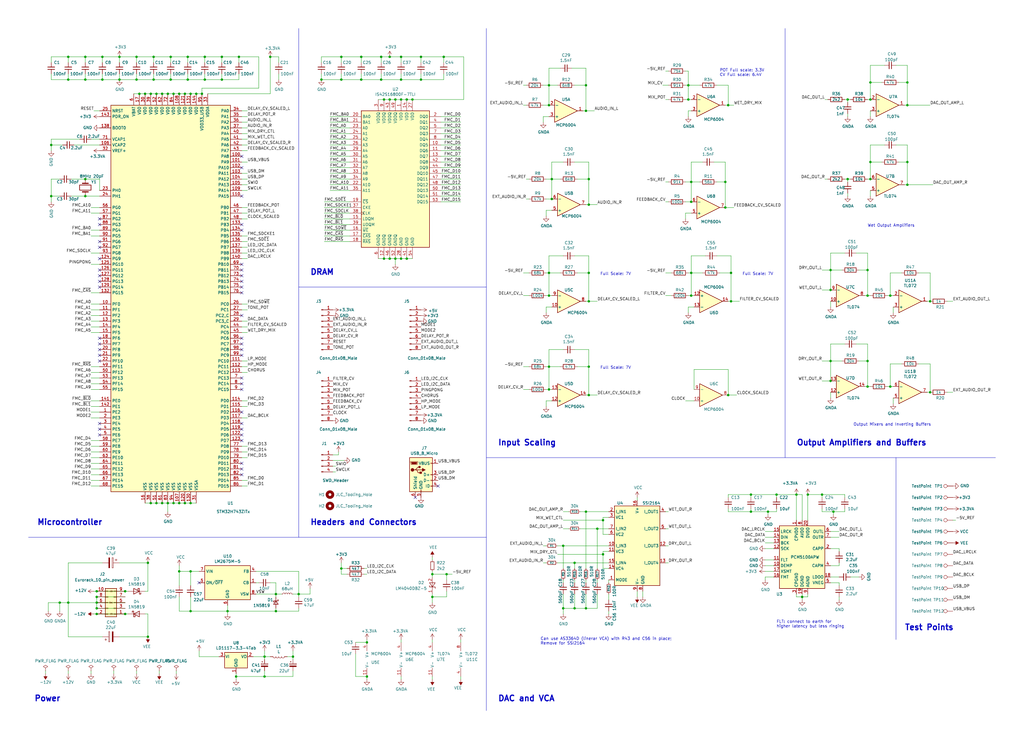
<source format=kicad_sch>
(kicad_sch (version 20230121) (generator eeschema)
  (paper "User" 457.2 330.2)
  (title_block (title "Retrospector") (rev "2") (company "Mountjoy Modular"))
  (junction (at 388.62 44.45))
  (junction (at 80.01 224.79))
  (junction (at 69.85 224.79))
  (junction (at 53.34 25.4))
  (junction (at 262.89 134.62))
  (junction (at 251.46 271.78))
  (junction (at 415.29 134.62))
  (junction (at 370.84 170.18))
  (junction (at 262.89 80.01))
  (junction (at 77.47 41.91))
  (junction (at 72.39 224.79))
  (junction (at 173.99 115.57))
  (junction (at 163.83 287.02))
  (junction (at 85.09 224.79))
  (junction (at 251.46 243.84))
  (junction (at 55.88 264.16))
  (junction (at 80.01 255.27))
  (junction (at 85.09 255.27))
  (junction (at 130.81 293.37))
  (junction (at 173.99 25.4))
  (junction (at 74.93 224.79))
  (junction (at 405.13 72.39))
  (junction (at 308.61 90.17))
  (junction (at 325.12 176.53))
  (junction (at 55.88 274.32))
  (junction (at 326.39 121.92))
  (junction (at 60.96 35.56))
  (junction (at 161.29 35.56))
  (junction (at 187.96 35.56))
  (junction (at 245.11 163.83))
  (junction (at 53.34 35.56))
  (junction (at 77.47 224.79))
  (junction (at 38.1 25.4))
  (junction (at 176.53 115.57))
  (junction (at 397.51 172.72))
  (junction (at 387.35 161.29))
  (junction (at 30.48 35.56))
  (junction (at 261.62 49.53))
  (junction (at 245.11 121.92))
  (junction (at 262.89 91.44))
  (junction (at 358.14 266.7))
  (junction (at 179.07 115.57))
  (junction (at 99.06 35.56))
  (junction (at 346.71 220.98))
  (junction (at 199.39 256.54))
  (junction (at 105.41 302.26))
  (junction (at 193.04 256.54))
  (junction (at 171.45 44.45))
  (junction (at 387.35 132.08))
  (junction (at 118.11 302.26))
  (junction (at 22.86 87.63))
  (junction (at 85.09 273.05))
  (junction (at 269.24 247.65))
  (junction (at 106.68 25.4))
  (junction (at 187.96 25.4))
  (junction (at 87.63 41.91))
  (junction (at 261.62 38.1))
  (junction (at 355.6 220.98))
  (junction (at 326.39 134.62))
  (junction (at 85.09 41.91))
  (junction (at 69.85 41.91))
  (junction (at 91.44 35.56))
  (junction (at 123.19 273.05))
  (junction (at 269.24 232.41))
  (junction (at 388.62 72.39))
  (junction (at 74.93 41.91))
  (junction (at 76.2 35.56))
  (junction (at 176.53 44.45))
  (junction (at 262.89 176.53))
  (junction (at 64.77 41.91))
  (junction (at 245.11 46.99))
  (junction (at 387.35 172.72))
  (junction (at 43.18 271.78))
  (junction (at 38.1 35.56))
  (junction (at 170.18 35.56))
  (junction (at 405.13 36.83))
  (junction (at 405.13 46.99))
  (junction (at 38.1 80.01))
  (junction (at 261.62 228.6))
  (junction (at 397.51 132.08))
  (junction (at 82.55 41.91))
  (junction (at 62.23 41.91))
  (junction (at 163.83 302.26))
  (junction (at 161.29 25.4))
  (junction (at 184.15 44.45))
  (junction (at 66.04 251.46))
  (junction (at 91.44 25.4))
  (junction (at 173.99 44.45))
  (junction (at 171.45 115.57))
  (junction (at 99.06 25.4))
  (junction (at 323.85 92.71))
  (junction (at 45.72 25.4))
  (junction (at 67.31 41.91))
  (junction (at 123.19 265.43))
  (junction (at 370.84 129.54))
  (junction (at 388.62 80.01))
  (junction (at 72.39 41.91))
  (junction (at 246.38 88.9))
  (junction (at 323.85 81.28))
  (junction (at 30.48 25.4))
  (junction (at 245.11 132.08))
  (junction (at 342.9 228.6))
  (junction (at 198.12 25.4))
  (junction (at 68.58 25.4))
  (junction (at 152.4 254))
  (junction (at 245.11 173.99))
  (junction (at 370.84 161.29))
  (junction (at 67.31 224.79))
  (junction (at 405.13 82.55))
  (junction (at 308.61 132.08))
  (junction (at 308.61 81.28))
  (junction (at 245.11 38.1))
  (junction (at 181.61 44.45))
  (junction (at 246.38 80.01))
  (junction (at 335.28 228.6))
  (junction (at 262.89 163.83))
  (junction (at 133.35 265.43))
  (junction (at 256.54 271.78))
  (junction (at 335.28 220.98))
  (junction (at 43.18 266.7))
  (junction (at 262.89 121.92))
  (junction (at 266.7 236.22))
  (junction (at 193.04 266.7))
  (junction (at 43.18 264.16))
  (junction (at 60.96 25.4))
  (junction (at 76.2 25.4))
  (junction (at 367.03 220.98))
  (junction (at 83.82 25.4))
  (junction (at 307.34 38.1))
  (junction (at 101.6 273.05))
  (junction (at 388.62 36.83))
  (junction (at 38.1 87.63))
  (junction (at 80.01 41.91))
  (junction (at 143.51 35.56))
  (junction (at 179.07 44.45))
  (junction (at 90.17 41.91))
  (junction (at 261.62 271.78))
  (junction (at 325.12 46.99))
  (junction (at 26.67 269.24))
  (junction (at 308.61 121.92))
  (junction (at 370.84 120.65))
  (junction (at 45.72 35.56))
  (junction (at 152.4 35.56))
  (junction (at 387.35 120.65))
  (junction (at 179.07 25.4))
  (junction (at 378.46 44.45))
  (junction (at 22.86 64.77))
  (junction (at 378.46 80.01))
  (junction (at 43.18 274.32))
  (junction (at 118.11 293.37))
  (junction (at 82.55 224.79))
  (junction (at 360.68 220.98))
  (junction (at 152.4 25.4))
  (junction (at 170.18 25.4))
  (junction (at 30.48 269.24))
  (junction (at 43.18 269.24))
  (junction (at 307.34 44.45))
  (junction (at 66.04 284.48))
  (junction (at 120.65 25.4))
  (junction (at 68.58 35.56))
  (junction (at 83.82 35.56))
  (junction (at 181.61 115.57))
  (junction (at 179.07 35.56))
  (junction (at 415.29 175.26))
  (junction (at 372.11 228.6))
  (junction (at 256.54 251.46))
  (no_connect (at 107.95 158.75))
  (no_connect (at 107.95 69.85))
  (no_connect (at 44.45 110.49))
  (no_connect (at 44.45 156.21))
  (no_connect (at 107.95 168.91))
  (no_connect (at 107.95 153.67))
  (no_connect (at 44.45 128.27))
  (no_connect (at 107.95 171.45))
  (no_connect (at 107.95 102.87))
  (no_connect (at 88.9 260.35))
  (no_connect (at 107.95 74.93))
  (no_connect (at 107.95 196.85))
  (no_connect (at 107.95 212.09))
  (no_connect (at 107.95 194.31))
  (no_connect (at 107.95 140.97))
  (no_connect (at 44.45 194.31))
  (no_connect (at 107.95 128.27))
  (no_connect (at 185.42 222.25))
  (no_connect (at 44.45 191.77))
  (no_connect (at 44.45 158.75))
  (no_connect (at 107.95 120.65))
  (no_connect (at 107.95 191.77))
  (no_connect (at 44.45 161.29))
  (no_connect (at 195.58 217.17))
  (no_connect (at 107.95 118.11))
  (no_connect (at 107.95 207.01))
  (no_connect (at 44.45 120.65))
  (no_connect (at 44.45 153.67))
  (no_connect (at 107.95 130.81))
  (no_connect (at 44.45 97.79))
  (no_connect (at 107.95 184.15))
  (no_connect (at 44.45 115.57))
  (no_connect (at 44.45 125.73))
  (no_connect (at 44.45 100.33))
  (no_connect (at 107.95 151.13))
  (no_connect (at 107.95 100.33))
  (no_connect (at 44.45 123.19))
  (no_connect (at 107.95 125.73))
  (no_connect (at 107.95 123.19))
  (no_connect (at 107.95 173.99))
  (no_connect (at 107.95 189.23))
  (no_connect (at 44.45 107.95))
  (no_connect (at 107.95 209.55))
  (no_connect (at 44.45 151.13))
  (no_connect (at 107.95 87.63))
  (no_connect (at 44.45 189.23))
  (no_connect (at 107.95 156.21))
  (wire (pts (xy 161.29 25.4) (xy 170.18 25.4)))
  (wire (pts (xy 360.68 265.43) (xy 360.68 266.7)))
  (wire (pts (xy 388.62 64.77) (xy 388.62 72.39)))
  (wire (pts (xy 398.78 177.8) (xy 398.78 180.34)))
  (wire (pts (xy 325.12 222.25) (xy 325.12 220.98)))
  (wire (pts (xy 405.13 29.21) (xy 405.13 36.83)))
  (wire (pts (xy 44.45 166.37) (xy 40.64 166.37)))
  (wire (pts (xy 379.73 257.81) (xy 383.54 257.81)))
  (wire (pts (xy 107.95 161.29) (xy 110.49 161.29)))
  (wire (pts (xy 26.67 269.24) (xy 30.48 269.24)))
  (wire (pts (xy 242.57 251.46) (xy 243.84 251.46)))
  (wire (pts (xy 335.28 228.6) (xy 342.9 228.6)))
  (wire (pts (xy 405.13 72.39) (xy 405.13 82.55)))
  (wire (pts (xy 187.96 25.4) (xy 198.12 25.4)))
  (wire (pts (xy 307.34 121.92) (xy 308.61 121.92)))
  (wire (pts (xy 370.84 257.81) (xy 374.65 257.81)))
  (polyline (pts (xy 217.17 12.7) (xy 217.17 317.5)))
  (wire (pts (xy 162.56 256.54) (xy 163.83 256.54)))
  (wire (pts (xy 38.1 87.63) (xy 44.45 87.63)))
  (wire (pts (xy 27.94 64.77) (xy 22.86 64.77)))
  (wire (pts (xy 83.82 25.4) (xy 91.44 25.4)))
  (wire (pts (xy 22.86 25.4) (xy 30.48 25.4)))
  (wire (pts (xy 31.75 87.63) (xy 38.1 87.63)))
  (wire (pts (xy 101.6 274.32) (xy 101.6 273.05)))
  (wire (pts (xy 308.61 114.3) (xy 308.61 121.92)))
  (wire (pts (xy 83.82 35.56) (xy 83.82 33.02)))
  (wire (pts (xy 60.96 35.56) (xy 60.96 33.02)))
  (wire (pts (xy 245.11 38.1) (xy 245.11 46.99)))
  (wire (pts (xy 156.21 64.77) (xy 147.32 64.77)))
  (wire (pts (xy 144.78 102.87) (xy 156.21 102.87)))
  (wire (pts (xy 367.03 227.33) (xy 367.03 228.6)))
  (wire (pts (xy 325.12 227.33) (xy 325.12 228.6)))
  (wire (pts (xy 67.31 41.91) (xy 69.85 41.91)))
  (wire (pts (xy 326.39 121.92) (xy 326.39 134.62)))
  (wire (pts (xy 245.11 132.08) (xy 246.38 132.08)))
  (wire (pts (xy 387.35 153.67) (xy 387.35 161.29)))
  (wire (pts (xy 107.95 138.43) (xy 110.49 138.43)))
  (wire (pts (xy 68.58 25.4) (xy 76.2 25.4)))
  (wire (pts (xy 110.49 105.41) (xy 107.95 105.41)))
  (wire (pts (xy 110.49 148.59) (xy 107.95 148.59)))
  (wire (pts (xy 69.85 224.79) (xy 72.39 224.79)))
  (wire (pts (xy 68.58 27.94) (xy 68.58 25.4)))
  (wire (pts (xy 193.04 266.7) (xy 193.04 269.24)))
  (wire (pts (xy 118.11 293.37) (xy 120.65 293.37)))
  (wire (pts (xy 306.07 81.28) (xy 308.61 81.28)))
  (wire (pts (xy 243.84 132.08) (xy 245.11 132.08)))
  (wire (pts (xy 91.44 25.4) (xy 99.06 25.4)))
  (wire (pts (xy 266.7 91.44) (xy 262.89 91.44)))
  (wire (pts (xy 259.08 236.22) (xy 266.7 236.22)))
  (wire (pts (xy 261.62 176.53) (xy 262.89 176.53)))
  (wire (pts (xy 245.11 173.99) (xy 246.38 173.99)))
  (wire (pts (xy 307.34 38.1) (xy 312.42 38.1)))
  (wire (pts (xy 261.62 134.62) (xy 262.89 134.62)))
  (wire (pts (xy 284.48 264.16) (xy 284.48 266.7)))
  (wire (pts (xy 133.35 265.43) (xy 133.35 255.27)))
  (wire (pts (xy 251.46 156.21) (xy 245.11 156.21)))
  (wire (pts (xy 257.81 121.92) (xy 262.89 121.92)))
  (wire (pts (xy 156.21 77.47) (xy 147.32 77.47)))
  (wire (pts (xy 269.24 231.14) (xy 269.24 232.41)))
  (wire (pts (xy 123.19 271.78) (xy 123.19 273.05)))
  (wire (pts (xy 133.35 255.27) (xy 114.3 255.27)))
  (wire (pts (xy 82.55 224.79) (xy 85.09 224.79)))
  (wire (pts (xy 156.21 74.93) (xy 147.32 74.93)))
  (wire (pts (xy 22.86 67.31) (xy 22.86 64.77)))
  (wire (pts (xy 307.34 31.75) (xy 307.34 38.1)))
  (wire (pts (xy 152.4 256.54) (xy 152.4 254)))
  (wire (pts (xy 44.45 143.51) (xy 40.64 143.51)))
  (wire (pts (xy 403.86 82.55) (xy 405.13 82.55)))
  (wire (pts (xy 40.64 199.39) (xy 44.45 199.39)))
  (wire (pts (xy 397.51 172.72) (xy 397.51 162.56)))
  (wire (pts (xy 138.43 262.89) (xy 138.43 265.43)))
  (wire (pts (xy 250.19 80.01) (xy 246.38 80.01)))
  (wire (pts (xy 261.62 228.6) (xy 271.78 228.6)))
  (wire (pts (xy 92.71 41.91) (xy 120.65 41.91)))
  (wire (pts (xy 107.95 115.57) (xy 110.49 115.57)))
  (wire (pts (xy 367.03 120.65) (xy 370.84 120.65)))
  (wire (pts (xy 308.61 72.39) (xy 308.61 81.28)))
  (wire (pts (xy 341.63 237.49) (xy 345.44 237.49)))
  (wire (pts (xy 415.29 121.92) (xy 415.29 134.62)))
  (wire (pts (xy 40.64 201.93) (xy 44.45 201.93)))
  (wire (pts (xy 318.77 72.39) (xy 323.85 72.39)))
  (wire (pts (xy 335.28 222.25) (xy 335.28 220.98)))
  (wire (pts (xy 40.64 102.87) (xy 44.45 102.87)))
  (wire (pts (xy 30.48 299.72) (xy 30.48 300.99)))
  (wire (pts (xy 234.95 80.01) (xy 236.22 80.01)))
  (wire (pts (xy 287.02 264.16) (xy 287.02 266.7)))
  (wire (pts (xy 378.46 81.28) (xy 378.46 80.01)))
  (wire (pts (xy 110.49 95.25) (xy 107.95 95.25)))
  (wire (pts (xy 205.74 80.01) (xy 196.85 80.01)))
  (wire (pts (xy 170.18 25.4) (xy 173.99 25.4)))
  (wire (pts (xy 251.46 259.08) (xy 251.46 260.35)))
  (wire (pts (xy 265.43 49.53) (xy 261.62 49.53)))
  (wire (pts (xy 22.86 35.56) (xy 22.86 33.02)))
  (wire (pts (xy 156.21 62.23) (xy 147.32 62.23)))
  (wire (pts (xy 44.45 186.69) (xy 40.64 186.69)))
  (wire (pts (xy 50.8 299.72) (xy 50.8 300.99)))
  (wire (pts (xy 341.63 245.11) (xy 345.44 245.11)))
  (wire (pts (xy 179.07 25.4) (xy 187.96 25.4)))
  (wire (pts (xy 308.61 121.92) (xy 308.61 132.08)))
  (wire (pts (xy 201.93 256.54) (xy 199.39 256.54)))
  (wire (pts (xy 161.29 27.94) (xy 161.29 25.4)))
  (wire (pts (xy 370.84 237.49) (xy 374.65 237.49)))
  (wire (pts (xy 341.63 240.03) (xy 345.44 240.03)))
  (wire (pts (xy 250.19 163.83) (xy 245.11 163.83)))
  (wire (pts (xy 271.78 254) (xy 269.24 254)))
  (wire (pts (xy 30.48 35.56) (xy 30.48 33.02)))
  (wire (pts (xy 44.45 168.91) (xy 40.64 168.91)))
  (wire (pts (xy 179.07 285.75) (xy 179.07 287.02)))
  (wire (pts (xy 107.95 85.09) (xy 110.49 85.09)))
  (wire (pts (xy 266.7 176.53) (xy 262.89 176.53)))
  (wire (pts (xy 179.07 44.45) (xy 176.53 44.45)))
  (wire (pts (xy 261.62 259.08) (xy 261.62 260.35)))
  (wire (pts (xy 44.45 140.97) (xy 40.64 140.97)))
  (wire (pts (xy 199.39 256.54) (xy 193.04 256.54)))
  (polyline (pts (xy 350.52 12.7) (xy 350.52 204.47)))
  (wire (pts (xy 367.03 129.54) (xy 370.84 129.54)))
  (wire (pts (xy 151.13 203.2) (xy 151.13 201.93)))
  (wire (pts (xy 269.24 232.41) (xy 251.46 232.41)))
  (wire (pts (xy 60.96 25.4) (xy 68.58 25.4)))
  (wire (pts (xy 382.27 113.03) (xy 387.35 113.03)))
  (wire (pts (xy 262.89 72.39) (xy 262.89 80.01)))
  (wire (pts (xy 156.21 82.55) (xy 147.32 82.55)))
  (wire (pts (xy 156.21 80.01) (xy 147.32 80.01)))
  (wire (pts (xy 110.49 92.71) (xy 107.95 92.71)))
  (wire (pts (xy 99.06 27.94) (xy 99.06 25.4)))
  (wire (pts (xy 233.68 121.92) (xy 236.22 121.92)))
  (wire (pts (xy 115.57 25.4) (xy 106.68 25.4)))
  (wire (pts (xy 193.04 256.54) (xy 193.04 257.81)))
  (wire (pts (xy 152.4 27.94) (xy 152.4 25.4)))
  (polyline (pts (xy 133.35 240.03) (xy 133.35 12.7)))
  (wire (pts (xy 64.77 274.32) (xy 66.04 274.32)))
  (wire (pts (xy 297.18 132.08) (xy 299.72 132.08)))
  (wire (pts (xy 59.69 41.91) (xy 62.23 41.91)))
  (wire (pts (xy 355.6 265.43) (xy 355.6 266.7)))
  (wire (pts (xy 44.45 85.09) (xy 44.45 80.01)))
  (wire (pts (xy 80.01 266.7) (xy 80.01 273.05)))
  (wire (pts (xy 133.35 265.43) (xy 138.43 265.43)))
  (wire (pts (xy 118.11 299.72) (xy 118.11 302.26)))
  (wire (pts (xy 40.64 204.47) (xy 44.45 204.47)))
  (wire (pts (xy 297.18 228.6) (xy 298.45 228.6)))
  (wire (pts (xy 346.71 220.98) (xy 355.6 220.98)))
  (wire (pts (xy 106.68 27.94) (xy 106.68 25.4)))
  (wire (pts (xy 130.81 299.72) (xy 130.81 302.26)))
  (wire (pts (xy 110.49 217.17) (xy 107.95 217.17)))
  (wire (pts (xy 41.91 49.53) (xy 44.45 49.53)))
  (wire (pts (xy 30.48 35.56) (xy 38.1 35.56)))
  (wire (pts (xy 256.54 271.78) (xy 261.62 271.78)))
  (wire (pts (xy 246.38 72.39) (xy 246.38 80.01)))
  (wire (pts (xy 400.05 29.21) (xy 405.13 29.21)))
  (wire (pts (xy 245.11 163.83) (xy 245.11 173.99)))
  (wire (pts (xy 370.84 245.11) (xy 374.65 245.11)))
  (wire (pts (xy 205.74 77.47) (xy 196.85 77.47)))
  (wire (pts (xy 233.68 163.83) (xy 236.22 163.83)))
  (wire (pts (xy 387.35 132.08) (xy 388.62 132.08)))
  (wire (pts (xy 367.03 161.29) (xy 370.84 161.29)))
  (wire (pts (xy 107.95 110.49) (xy 110.49 110.49)))
  (wire (pts (xy 393.7 36.83) (xy 388.62 36.83)))
  (wire (pts (xy 205.74 74.93) (xy 196.85 74.93)))
  (wire (pts (xy 386.08 172.72) (xy 387.35 172.72)))
  (wire (pts (xy 26.67 80.01) (xy 22.86 80.01)))
  (wire (pts (xy 262.89 114.3) (xy 262.89 121.92)))
  (wire (pts (xy 243.84 179.07) (xy 243.84 181.61)))
  (wire (pts (xy 256.54 156.21) (xy 262.89 156.21)))
  (wire (pts (xy 198.12 35.56) (xy 198.12 33.02)))
  (wire (pts (xy 44.45 64.77) (xy 33.02 64.77)))
  (wire (pts (xy 309.88 165.1) (xy 325.12 165.1)))
  (wire (pts (xy 147.32 54.61) (xy 156.21 54.61)))
  (wire (pts (xy 40.64 299.72) (xy 40.64 300.99)))
  (wire (pts (xy 307.34 44.45) (xy 308.61 44.45)))
  (wire (pts (xy 105.41 302.26) (xy 105.41 303.53)))
  (wire (pts (xy 156.21 100.33) (xy 144.78 100.33)))
  (wire (pts (xy 45.72 27.94) (xy 45.72 25.4)))
  (wire (pts (xy 149.86 210.82) (xy 148.59 210.82)))
  (wire (pts (xy 355.6 266.7) (xy 358.14 266.7)))
  (wire (pts (xy 358.14 265.43) (xy 358.14 266.7)))
  (wire (pts (xy 76.2 35.56) (xy 83.82 35.56)))
  (wire (pts (xy 44.45 173.99) (xy 40.64 173.99)))
  (wire (pts (xy 320.04 81.28) (xy 323.85 81.28)))
  (wire (pts (xy 396.24 172.72) (xy 397.51 172.72)))
  (wire (pts (xy 74.93 224.79) (xy 77.47 224.79)))
  (wire (pts (xy 360.68 220.98) (xy 360.68 232.41)))
  (wire (pts (xy 388.62 49.53) (xy 388.62 52.07)))
  (wire (pts (xy 243.84 163.83) (xy 245.11 163.83)))
  (wire (pts (xy 266.7 259.08) (xy 266.7 260.35)))
  (wire (pts (xy 156.21 59.69) (xy 147.32 59.69)))
  (wire (pts (xy 143.51 25.4) (xy 152.4 25.4)))
  (wire (pts (xy 91.44 35.56) (xy 99.06 35.56)))
  (wire (pts (xy 328.93 176.53) (xy 325.12 176.53)))
  (wire (pts (xy 147.32 52.07) (xy 156.21 52.07)))
  (wire (pts (xy 198.12 27.94) (xy 198.12 25.4)))
  (wire (pts (xy 101.6 270.51) (xy 101.6 273.05)))
  (wire (pts (xy 77.47 224.79) (xy 80.01 224.79)))
  (wire (pts (xy 388.62 72.39) (xy 388.62 80.01)))
  (wire (pts (xy 152.4 254) (xy 152.4 251.46)))
  (wire (pts (xy 144.78 95.25) (xy 156.21 95.25)))
  (wire (pts (xy 179.07 25.4) (xy 173.99 25.4)))
  (wire (pts (xy 248.92 38.1) (xy 245.11 38.1)))
  (wire (pts (xy 110.49 64.77) (xy 107.95 64.77)))
  (wire (pts (xy 405.13 72.39) (xy 401.32 72.39)))
  (wire (pts (xy 106.68 25.4) (xy 99.06 25.4)))
  (wire (pts (xy 378.46 44.45) (xy 379.73 44.45)))
  (wire (pts (xy 306.07 31.75) (xy 307.34 31.75)))
  (wire (pts (xy 38.1 35.56) (xy 45.72 35.56)))
  (wire (pts (xy 130.81 302.26) (xy 118.11 302.26)))
  (wire (pts (xy 114.3 265.43) (xy 123.19 265.43)))
  (wire (pts (xy 124.46 25.4) (xy 120.65 25.4)))
  (wire (pts (xy 387.35 172.72) (xy 388.62 172.72)))
  (wire (pts (xy 323.85 72.39) (xy 323.85 81.28)))
  (wire (pts (xy 110.49 199.39) (xy 107.95 199.39)))
  (wire (pts (xy 107.95 166.37) (xy 110.49 166.37)))
  (wire (pts (xy 22.86 64.77) (xy 22.86 62.23)))
  (wire (pts (xy 53.34 35.56) (xy 60.96 35.56)))
  (wire (pts (xy 374.65 260.35) (xy 374.65 261.62)))
  (wire (pts (xy 205.74 67.31) (xy 196.85 67.31)))
  (wire (pts (xy 110.49 146.05) (xy 107.95 146.05)))
  (wire (pts (xy 106.68 33.02) (xy 106.68 35.56)))
  (wire (pts (xy 341.63 257.81) (xy 341.63 259.08)))
  (wire (pts (xy 91.44 33.02) (xy 91.44 35.56)))
  (wire (pts (xy 313.69 121.92) (xy 308.61 121.92)))
  (wire (pts (xy 205.74 64.77) (xy 196.85 64.77)))
  (wire (pts (xy 205.74 57.15) (xy 196.85 57.15)))
  (wire (pts (xy 367.03 220.98) (xy 377.19 220.98)))
  (wire (pts (xy 320.04 38.1) (xy 325.12 38.1)))
  (wire (pts (xy 69.85 41.91) (xy 72.39 41.91)))
  (wire (pts (xy 246.38 80.01) (xy 246.38 88.9)))
  (wire (pts (xy 163.83 302.26) (xy 163.83 303.53)))
  (wire (pts (xy 325.12 176.53) (xy 325.12 165.1)))
  (wire (pts (xy 67.31 224.79) (xy 69.85 224.79)))
  (wire (pts (xy 171.45 115.57) (xy 173.99 115.57)))
  (wire (pts (xy 370.84 113.03) (xy 370.84 120.65)))
  (wire (pts (xy 152.4 25.4) (xy 161.29 25.4)))
  (wire (pts (xy 396.24 132.08) (xy 397.51 132.08)))
  (wire (pts (xy 397.51 132.08) (xy 397.51 121.92)))
  (wire (pts (xy 378.46 45.72) (xy 378.46 44.45)))
  (wire (pts (xy 55.88 266.7) (xy 43.18 266.7)))
  (wire (pts (xy 66.04 264.16) (xy 66.04 251.46)))
  (wire (pts (xy 307.34 132.08) (xy 308.61 132.08)))
  (wire (pts (xy 199.39 259.08) (xy 199.39 256.54)))
  (wire (pts (xy 21.59 273.05) (xy 21.59 269.24)))
  (wire (pts (xy 156.21 72.39) (xy 147.32 72.39)))
  (wire (pts (xy 378.46 50.8) (xy 378.46 52.07)))
  (wire (pts (xy 30.48 25.4) (xy 38.1 25.4)))
  (wire (pts (xy 85.09 266.7) (xy 85.09 273.05)))
  (wire (pts (xy 205.74 302.26) (xy 205.74 303.53)))
  (wire (pts (xy 368.3 80.01) (xy 369.57 80.01)))
  (wire (pts (xy 259.08 228.6) (xy 261.62 228.6)))
  (wire (pts (xy 330.2 134.62) (xy 326.39 134.62)))
  (wire (pts (xy 60.96 35.56) (xy 68.58 35.56)))
  (wire (pts (xy 110.49 62.23) (xy 107.95 62.23)))
  (wire (pts (xy 44.45 181.61) (xy 40.64 181.61)))
  (wire (pts (xy 271.78 259.08) (xy 271.78 260.35)))
  (wire (pts (xy 91.44 27.94) (xy 91.44 25.4)))
  (wire (pts (xy 143.51 35.56) (xy 152.4 35.56)))
  (wire (pts (xy 250.19 30.48) (xy 245.11 30.48)))
  (wire (pts (xy 40.64 105.41) (xy 44.45 105.41)))
  (wire (pts (xy 110.49 80.01) (xy 107.95 80.01)))
  (wire (pts (xy 341.63 250.19) (xy 345.44 250.19)))
  (wire (pts (xy 41.91 274.32) (xy 43.18 274.32)))
  (wire (pts (xy 110.49 135.89) (xy 107.95 135.89)))
  (wire (pts (xy 144.78 90.17) (xy 156.21 90.17)))
  (wire (pts (xy 248.92 243.84) (xy 251.46 243.84)))
  (wire (pts (xy 245.11 121.92) (xy 245.11 132.08)))
  (wire (pts (xy 405.13 36.83) (xy 401.32 36.83)))
  (wire (pts (xy 40.64 196.85) (xy 44.45 196.85)))
  (wire (pts (xy 370.84 161.29) (xy 370.84 170.18)))
  (wire (pts (xy 262.89 163.83) (xy 262.89 176.53)))
  (wire (pts (xy 410.21 162.56) (xy 415.29 162.56)))
  (wire (pts (xy 335.28 227.33) (xy 335.28 228.6)))
  (polyline (pts (xy 217.17 204.47) (xy 444.5 204.47)))
  (wire (pts (xy 110.49 201.93) (xy 107.95 201.93)))
  (wire (pts (xy 110.49 204.47) (xy 107.95 204.47)))
  (wire (pts (xy 110.49 77.47) (xy 107.95 77.47)))
  (wire (pts (xy 83.82 35.56) (xy 91.44 35.56)))
  (wire (pts (xy 377.19 227.33) (xy 377.19 228.6)))
  (wire (pts (xy 99.06 33.02) (xy 99.06 35.56)))
  (wire (pts (xy 44.45 148.59) (xy 40.64 148.59)))
  (wire (pts (xy 45.72 35.56) (xy 53.34 35.56)))
  (wire (pts (xy 306.07 44.45) (xy 307.34 44.45)))
  (wire (pts (xy 325.12 46.99) (xy 323.85 46.99)))
  (wire (pts (xy 133.35 273.05) (xy 133.35 271.78)))
  (wire (pts (xy 314.96 114.3) (xy 308.61 114.3)))
  (wire (pts (xy 193.04 265.43) (xy 193.04 266.7)))
  (wire (pts (xy 156.21 105.41) (xy 144.78 105.41)))
  (wire (pts (xy 168.91 115.57) (xy 171.45 115.57)))
  (wire (pts (xy 199.39 266.7) (xy 199.39 264.16)))
  (wire (pts (xy 110.49 214.63) (xy 107.95 214.63)))
  (wire (pts (xy 107.95 67.31) (xy 110.49 67.31)))
  (wire (pts (xy 405.13 36.83) (xy 405.13 46.99)))
  (wire (pts (xy 72.39 41.91) (xy 74.93 41.91)))
  (wire (pts (xy 45.72 25.4) (xy 53.34 25.4)))
  (wire (pts (xy 66.04 274.32) (xy 66.04 284.48)))
  (wire (pts (xy 388.62 36.83) (xy 388.62 44.45)))
  (wire (pts (xy 110.49 181.61) (xy 107.95 181.61)))
  (wire (pts (xy 147.32 57.15) (xy 156.21 57.15)))
  (wire (pts (xy 372.11 228.6) (xy 377.19 228.6)))
  (wire (pts (xy 205.74 82.55) (xy 196.85 82.55)))
  (wire (pts (xy 309.88 137.16) (xy 307.34 137.16)))
  (wire (pts (xy 245.11 52.07) (xy 242.57 52.07)))
  (wire (pts (xy 325.12 46.99) (xy 327.66 46.99)))
  (wire (pts (xy 374.65 251.46) (xy 374.65 252.73)))
  (wire (pts (xy 55.88 271.78) (xy 43.18 271.78)))
  (wire (pts (xy 120.65 260.35) (xy 123.19 260.35)))
  (wire (pts (xy 85.09 41.91) (xy 87.63 41.91)))
  (wire (pts (xy 246.38 137.16) (xy 243.84 137.16)))
  (wire (pts (xy 425.45 232.41) (xy 426.72 232.41)))
  (wire (pts (xy 245.11 156.21) (xy 245.11 163.83)))
  (wire (pts (xy 143.51 27.94) (xy 143.51 25.4)))
  (wire (pts (xy 22.86 87.63) (xy 26.67 87.63)))
  (wire (pts (xy 308.61 95.25) (xy 306.07 95.25)))
  (wire (pts (xy 320.04 114.3) (xy 326.39 114.3)))
  (wire (pts (xy 414.02 175.26) (xy 415.29 175.26)))
  (wire (pts (xy 387.35 120.65) (xy 383.54 120.65)))
  (wire (pts (xy 256.54 251.46) (xy 271.78 251.46)))
  (wire (pts (xy 158.75 292.1) (xy 158.75 302.26)))
  (wire (pts (xy 262.89 80.01) (xy 262.89 91.44)))
  (wire (pts (xy 205.74 285.75) (xy 205.74 287.02)))
  (wire (pts (xy 207.01 25.4) (xy 207.01 44.45)))
  (wire (pts (xy 40.64 113.03) (xy 44.45 113.03)))
  (wire (pts (xy 43.18 266.7) (xy 43.18 269.24)))
  (wire (pts (xy 171.45 44.45) (xy 168.91 44.45)))
  (wire (pts (xy 44.45 179.07) (xy 40.64 179.07)))
  (wire (pts (xy 261.62 254) (xy 261.62 228.6)))
  (wire (pts (xy 66.04 284.48) (xy 53.34 284.48)))
  (wire (pts (xy 120.65 25.4) (xy 120.65 41.91)))
  (wire (pts (xy 266.7 236.22) (xy 271.78 236.22)))
  (wire (pts (xy 44.45 146.05) (xy 40.64 146.05)))
  (wire (pts (xy 377.19 44.45) (xy 378.46 44.45)))
  (wire (pts (xy 346.71 227.33) (xy 346.71 228.6)))
  (wire (pts (xy 115.57 39.37) (xy 115.57 25.4)))
  (wire (pts (xy 72.39 224.79) (xy 74.93 224.79)))
  (wire (pts (xy 326.39 114.3) (xy 326.39 121.92)))
  (wire (pts (xy 388.62 85.09) (xy 388.62 87.63)))
  (wire (pts (xy 341.63 242.57) (xy 345.44 242.57)))
  (wire (pts (xy 26.67 273.05) (xy 26.67 269.24)))
  (wire (pts (xy 382.27 153.67) (xy 387.35 153.67)))
  (wire (pts (xy 269.24 247.65) (xy 248.92 247.65)))
  (wire (pts (xy 187.96 35.56) (xy 198.12 35.56)))
  (wire (pts (xy 372.11 229.87) (xy 372.11 228.6)))
  (wire (pts (xy 205.74 90.17) (xy 196.85 90.17)))
  (wire (pts (xy 261.62 271.78) (xy 266.7 271.78)))
  (wire (pts (xy 179.07 35.56) (xy 187.96 35.56)))
  (wire (pts (xy 375.92 120.65) (xy 370.84 120.65)))
  (wire (pts (xy 88.9 290.83) (xy 88.9 293.37)))
  (wire (pts (xy 124.46 33.02) (xy 124.46 35.56)))
  (wire (pts (xy 387.35 80.01) (xy 388.62 80.01)))
  (wire (pts (xy 346.71 222.25) (xy 346.71 220.98)))
  (wire (pts (xy 30.48 269.24) (xy 43.18 269.24)))
  (wire (pts (xy 44.45 138.43) (xy 40.64 138.43)))
  (wire (pts (xy 60.96 299.72) (xy 60.96 300.99)))
  (wire (pts (xy 152.4 35.56) (xy 152.4 33.02)))
  (wire (pts (xy 205.74 54.61) (xy 196.85 54.61)))
  (wire (pts (xy 179.07 115.57) (xy 181.61 115.57)))
  (wire (pts (xy 64.77 224.79) (xy 67.31 224.79)))
  (wire (pts (xy 62.23 41.91) (xy 64.77 41.91)))
  (wire (pts (xy 388.62 29.21) (xy 388.62 36.83)))
  (wire (pts (xy 321.31 121.92) (xy 326.39 121.92)))
  (wire (pts (xy 156.21 85.09) (xy 147.32 85.09)))
  (wire (pts (xy 55.88 264.16) (xy 57.15 264.16)))
  (wire (pts (xy 66.04 251.46) (xy 53.34 251.46)))
  (wire (pts (xy 87.63 41.91) (xy 90.17 41.91)))
  (wire (pts (xy 193.04 248.92) (xy 193.04 250.19)))
  (wire (pts (xy 335.28 220.98) (xy 346.71 220.98)))
  (wire (pts (xy 110.49 52.07) (xy 107.95 52.07)))
  (wire (pts (xy 148.59 203.2) (xy 151.13 203.2)))
  (wire (pts (xy 80.01 252.73) (xy 80.01 255.27)))
  (wire (pts (xy 243.84 121.92) (xy 245.11 121.92)))
  (wire (pts (xy 298.45 44.45) (xy 297.18 44.45)))
  (wire (pts (xy 297.18 121.92) (xy 299.72 121.92)))
  (wire (pts (xy 246.38 179.07) (xy 243.84 179.07)))
  (wire (pts (xy 60.96 27.94) (xy 60.96 25.4)))
  (wire (pts (xy 367.03 222.25) (xy 367.03 220.98)))
  (wire (pts (xy 251.46 228.6) (xy 254 228.6)))
  (wire (pts (xy 256.54 114.3) (xy 262.89 114.3)))
  (wire (pts (xy 393.7 72.39) (xy 388.62 72.39)))
  (wire (pts (xy 306.07 90.17) (xy 308.61 90.17)))
  (wire (pts (xy 44.45 171.45) (xy 40.64 171.45)))
  (wire (pts (xy 30.48 251.46) (xy 30.48 269.24)))
  (wire (pts (xy 308.61 132.08) (xy 309.88 132.08)))
  (wire (pts (xy 370.84 134.62) (xy 370.84 137.16)))
  (wire (pts (xy 22.86 87.63) (xy 22.86 90.17)))
  (wire (pts (xy 233.68 46.99) (xy 234.95 46.99)))
  (polyline (pts (xy 12.7 240.03) (xy 217.17 240.03)))
  (wire (pts (xy 398.78 137.16) (xy 398.78 139.7)))
  (wire (pts (xy 40.64 207.01) (xy 44.45 207.01)))
  (wire (pts (xy 298.45 38.1) (xy 295.91 38.1)))
  (wire (pts (xy 90.17 41.91) (xy 90.17 39.37)))
  (wire (pts (xy 271.78 273.05) (xy 271.78 274.32)))
  (wire (pts (xy 179.07 302.26) (xy 179.07 303.53)))
  (wire (pts (xy 370.84 153.67) (xy 370.84 161.29)))
  (wire (pts (xy 163.83 285.75) (xy 163.83 287.02)))
  (wire (pts (xy 133.35 265.43) (xy 133.35 266.7)))
  (polyline (pts (xy 400.05 285.75) (xy 400.05 204.47)))
  (wire (pts (xy 85.09 255.27) (xy 85.09 261.62)))
  (wire (pts (xy 341.63 255.27) (xy 345.44 255.27)))
  (wire (pts (xy 76.2 25.4) (xy 76.2 27.94)))
  (wire (pts (xy 90.17 39.37) (xy 115.57 39.37)))
  (wire (pts (xy 397.51 121.92) (xy 402.59 121.92)))
  (wire (pts (xy 193.04 266.7) (xy 199.39 266.7)))
  (wire (pts (xy 80.01 255.27) (xy 85.09 255.27)))
  (wire (pts (xy 76.2 33.02) (xy 76.2 35.56)))
  (wire (pts (xy 250.19 121.92) (xy 245.11 121.92)))
  (wire (pts (xy 251.46 271.78) (xy 256.54 271.78)))
  (wire (pts (xy 143.51 35.56) (xy 143.51 33.02)))
  (wire (pts (xy 266.7 265.43) (xy 266.7 271.78)))
  (wire (pts (xy 325.12 38.1) (xy 325.12 46.99)))
  (wire (pts (xy 107.95 143.51) (xy 110.49 143.51)))
  (wire (pts (xy 176.53 44.45) (xy 173.99 44.45)))
  (wire (pts (xy 342.9 229.87) (xy 342.9 228.6)))
  (wire (pts (xy 130.81 290.83) (xy 130.81 293.37)))
  (wire (pts (xy 377.19 153.67) (xy 370.84 153.67)))
  (wire (pts (xy 43.18 274.32) (xy 55.88 274.32)))
  (wire (pts (xy 74.93 41.91) (xy 77.47 41.91)))
  (wire (pts (xy 85.09 273.05) (xy 101.6 273.05)))
  (wire (pts (xy 110.49 107.95) (xy 107.95 107.95)))
  (wire (pts (xy 99.06 35.56) (xy 106.68 35.56)))
  (wire (pts (xy 118.11 293.37) (xy 118.11 294.64)))
  (wire (pts (xy 306.07 95.25) (xy 306.07 97.79)))
  (wire (pts (xy 397.51 172.72) (xy 398.78 172.72)))
  (wire (pts (xy 110.49 97.79) (xy 107.95 97.79)))
  (wire (pts (xy 123.19 260.35) (xy 123.19 265.43)))
  (wire (pts (xy 375.92 161.29) (xy 370.84 161.29)))
  (wire (pts (xy 325.12 228.6) (xy 335.28 228.6)))
  (wire (pts (xy 71.12 299.72) (xy 71.12 300.99)))
  (wire (pts (xy 360.68 266.7) (xy 358.14 266.7)))
  (wire (pts (xy 156.21 69.85) (xy 147.32 69.85)))
  (wire (pts (xy 345.44 257.81) (xy 341.63 257.81)))
  (wire (pts (xy 242.57 243.84) (xy 243.84 243.84)))
  (wire (pts (xy 152.4 35.56) (xy 161.29 35.56)))
  (wire (pts (xy 256.54 254) (xy 256.54 251.46)))
  (wire (pts (xy 110.49 179.07) (xy 107.95 179.07)))
  (wire (pts (xy 261.62 265.43) (xy 261.62 271.78)))
  (wire (pts (xy 130.81 294.64) (xy 130.81 293.37)))
  (wire (pts (xy 44.45 80.01) (xy 38.1 80.01)))
  (wire (pts (xy 158.75 302.26) (xy 163.83 302.26)))
  (wire (pts (xy 110.49 72.39) (xy 107.95 72.39)))
  (wire (pts (xy 297.18 236.22) (xy 298.45 236.22)))
  (wire (pts (xy 101.6 273.05) (xy 123.19 273.05)))
  (wire (pts (xy 306.07 38.1) (xy 307.34 38.1)))
  (wire (pts (xy 261.62 91.44) (xy 262.89 91.44)))
  (wire (pts (xy 205.74 59.69) (xy 196.85 59.69)))
  (wire (pts (xy 360.68 220.98) (xy 367.03 220.98)))
  (wire (pts (xy 40.64 135.89) (xy 44.45 135.89)))
  (wire (pts (xy 355.6 220.98) (xy 355.6 232.41)))
  (wire (pts (xy 378.46 86.36) (xy 378.46 87.63)))
  (wire (pts (xy 44.45 163.83) (xy 40.64 163.83)))
  (wire (pts (xy 323.85 81.28) (xy 323.85 92.71)))
  (wire (pts (xy 378.46 80.01) (xy 379.73 80.01)))
  (wire (pts (xy 271.78 265.43) (xy 271.78 267.97)))
  (wire (pts (xy 370.84 240.03) (xy 374.65 240.03)))
  (wire (pts (xy 74.93 224.79) (xy 74.93 228.6)))
  (wire (pts (xy 403.86 46.99) (xy 405.13 46.99)))
  (wire (pts (xy 156.21 97.79) (xy 144.78 97.79)))
  (wire (pts (xy 107.95 113.03) (xy 110.49 113.03)))
  (wire (pts (xy 260.35 49.53) (xy 261.62 49.53)))
  (wire (pts (xy 245.11 30.48) (xy 245.11 38.1)))
  (wire (pts (xy 105.41 300.99) (xy 105.41 302.26)))
  (wire (pts (xy 181.61 44.45) (xy 179.07 44.45)))
  (wire (pts (xy 245.11 114.3) (xy 245.11 121.92)))
  (wire (pts (xy 251.46 274.32) (xy 251.46 271.78)))
  (wire (pts (xy 358.14 220.98) (xy 355.6 220.98)))
  (wire (pts (xy 68.58 33.02) (xy 68.58 35.56)))
  (wire (pts (xy 110.49 59.69) (xy 107.95 59.69)))
  (wire (pts (xy 312.42 81.28) (xy 308.61 81.28)))
  (wire (pts (xy 262.89 121.92) (xy 262.89 134.62)))
  (wire (pts (xy 269.24 232.41) (xy 269.24 238.76)))
  (wire (pts (xy 242.57 52.07) (xy 242.57 54.61)))
  (wire (pts (xy 40.64 217.17) (xy 44.45 217.17)))
  (wire (pts (xy 21.59 269.24) (xy 26.67 269.24)))
  (wire (pts (xy 53.34 27.94) (xy 53.34 25.4)))
  (wire (pts (xy 367.03 228.6) (xy 372.11 228.6)))
  (wire (pts (xy 130.81 265.43) (xy 133.35 265.43)))
  (wire (pts (xy 377.19 113.03) (xy 370.84 113.03)))
  (wire (pts (xy 40.64 118.11) (xy 44.45 118.11)))
  (wire (pts (xy 261.62 38.1) (xy 261.62 49.53)))
  (wire (pts (xy 107.95 163.83) (xy 110.49 163.83)))
  (wire (pts (xy 394.97 64.77) (xy 388.62 64.77)))
  (wire (pts (xy 370.84 120.65) (xy 370.84 129.54)))
  (wire (pts (xy 387.35 113.03) (xy 387.35 120.65)))
  (wire (pts (xy 110.49 57.15) (xy 107.95 57.15)))
  (wire (pts (xy 170.18 27.94) (xy 170.18 25.4)))
  (wire (pts (xy 251.46 243.84) (xy 271.78 243.84)))
  (wire (pts (xy 144.78 92.71) (xy 156.21 92.71)))
  (wire (pts (xy 64.77 41.91) (xy 67.31 41.91)))
  (wire (pts (xy 22.86 80.01) (xy 22.86 87.63)))
  (wire (pts (xy 370.84 260.35) (xy 374.65 260.35)))
  (wire (pts (xy 233.68 38.1) (xy 234.95 38.1)))
  (wire (pts (xy 161.29 35.56) (xy 170.18 35.56)))
  (wire (pts (xy 205.74 52.07) (xy 196.85 52.07)))
  (wire (pts (xy 297.18 31.75) (xy 298.45 31.75)))
  (wire (pts (xy 193.04 302.26) (xy 193.04 303.53)))
  (wire (pts (xy 266.7 134.62) (xy 262.89 134.62)))
  (wire (pts (xy 415.29 162.56) (xy 415.29 175.26)))
  (wire (pts (xy 243.84 80.01) (xy 246.38 80.01)))
  (wire (pts (xy 262.89 156.21) (xy 262.89 163.83)))
  (wire (pts (xy 193.04 255.27) (xy 193.04 256.54)))
  (wire (pts (xy 243.84 88.9) (xy 246.38 88.9)))
  (wire (pts (xy 82.55 41.91) (xy 85.09 41.91)))
  (wire (pts (xy 269.24 246.38) (xy 271.78 246.38)))
  (wire (pts (xy 173.99 44.45) (xy 171.45 44.45)))
  (wire (pts (xy 114.3 260.35) (xy 115.57 260.35)))
  (wire (pts (xy 154.94 254) (xy 152.4 254)))
  (wire (pts (xy 266.7 254) (xy 266.7 236.22)))
  (wire (pts (xy 297.18 251.46) (xy 298.45 251.46)))
  (wire (pts (xy 80.01 41.91) (xy 82.55 41.91)))
  (wire (pts (xy 234.95 88.9) (xy 236.22 88.9)))
  (wire (pts (xy 55.88 269.24) (xy 43.18 269.24)))
  (wire (pts (xy 205.74 85.09) (xy 196.85 85.09)))
  (wire (pts (xy 44.45 95.25) (xy 40.64 95.25)))
  (wire (pts (xy 22.86 27.94) (xy 22.86 25.4)))
  (wire (pts (xy 85.09 255.27) (xy 88.9 255.27)))
  (wire (pts (xy 307.34 49.53) (xy 308.61 49.53)))
  (wire (pts (xy 397.51 162.56) (xy 402.59 162.56)))
  (wire (pts (xy 44.45 184.15) (xy 40.64 184.15)))
  (wire (pts (xy 251.46 265.43) (xy 251.46 271.78)))
  (wire (pts (xy 85.09 224.79) (xy 87.63 224.79)))
  (wire (pts (xy 370.84 175.26) (xy 370.84 177.8)))
  (wire (pts (xy 45.72 251.46) (xy 30.48 251.46)))
  (wire (pts (xy 184.15 44.45) (xy 181.61 44.45)))
  (wire (pts (xy 284.48 222.25) (xy 284.48 223.52)))
  (wire (pts (xy 45.72 33.02) (xy 45.72 35.56)))
  (wire (pts (xy 80.01 224.79) (xy 82.55 224.79)))
  (wire (pts (xy 41.91 264.16) (xy 43.18 264.16)))
  (wire (pts (xy 205.74 72.39) (xy 196.85 72.39)))
  (wire (pts (xy 179.07 33.02) (xy 179.07 35.56)))
  (wire (pts (xy 358.14 220.98) (xy 358.14 232.41)))
  (wire (pts (xy 242.57 46.99) (xy 245.11 46.99)))
  (wire (pts (xy 68.58 35.56) (xy 76.2 35.56)))
  (wire (pts (xy 256.54 38.1) (xy 261.62 38.1)))
  (wire (pts (xy 198.12 25.4) (xy 207.01 25.4)))
  (wire (pts (xy 374.65 245.11) (xy 374.65 246.38)))
  (wire (pts (xy 173.99 115.57) (xy 176.53 115.57)))
  (wire (pts (xy 64.77 264.16) (xy 66.04 264.16)))
  (wire (pts (xy 205.74 69.85) (xy 196.85 69.85)))
  (wire (pts (xy 377.19 80.01) (xy 378.46 80.01)))
  (wire (pts (xy 257.81 163.83) (xy 262.89 163.83)))
  (wire (pts (xy 368.3 44.45) (xy 369.57 44.45)))
  (wire (pts (xy 40.64 212.09) (xy 44.45 212.09)))
  (wire (pts (xy 405.13 46.99) (xy 415.29 46.99)))
  (wire (pts (xy 386.08 132.08) (xy 387.35 132.08)))
  (wire (pts (xy 207.01 44.45) (xy 184.15 44.45)))
  (wire (pts (xy 342.9 228.6) (xy 346.71 228.6)))
  (wire (pts (xy 307.34 137.16) (xy 307.34 139.7)))
  (wire (pts (xy 123.19 265.43) (xy 123.19 266.7)))
  (wire (pts (xy 400.05 64.77) (xy 405.13 64.77)))
  (wire (pts (xy 377.19 222.25) (xy 377.19 220.98)))
  (wire (pts (xy 243.84 93.98) (xy 243.84 96.52)))
  (wire (pts (xy 251.46 114.3) (xy 245.11 114.3)))
  (wire (pts (xy 205.74 87.63) (xy 196.85 87.63)))
  (wire (pts (xy 297.18 90.17) (xy 298.45 90.17)))
  (wire (pts (xy 246.38 93.98) (xy 243.84 93.98)))
  (wire (pts (xy 307.34 44.45) (xy 307.34 38.1)))
  (wire (pts (xy 31.75 80.01) (xy 38.1 80.01)))
  (wire (pts (xy 422.91 175.26) (xy 425.45 175.26)))
  (wire (pts (xy 123.19 265.43) (xy 125.73 265.43)))
  (wire (pts (xy 113.03 293.37) (xy 118.11 293.37)))
  (wire (pts (xy 325.12 220.98) (xy 335.28 220.98)))
  (wire (pts (xy 269.24 246.38) (xy 269.24 247.65)))
  (wire (pts (xy 22.86 62.23) (xy 35.56 62.23)))
  (wire (pts (xy 325.12 134.62) (xy 326.39 134.62)))
  (wire (pts (xy 327.66 92.71) (xy 323.85 92.71)))
  (wire (pts (xy 387.35 161.29) (xy 383.54 161.29)))
  (wire (pts (xy 256.54 72.39) (xy 262.89 72.39)))
  (wire (pts (xy 38.1 33.02) (xy 38.1 35.56)))
  (wire (pts (xy 358.14 266.7) (xy 358.14 267.97)))
  (wire (pts (xy 387.35 44.45) (xy 388.62 44.45)))
  (wire (pts (xy 43.18 264.16) (xy 55.88 264.16)))
  (wire (pts (xy 20.32 299.72) (xy 20.32 300.99)))
  (wire (pts (xy 269.24 247.65) (xy 269.24 254)))
  (wire (pts (xy 307.34 52.07) (xy 307.34 49.53)))
  (wire (pts (xy 410.21 121.92) (xy 415.29 121.92)))
  (wire (pts (xy 124.46 27.94) (xy 124.46 25.4)))
  (wire (pts (xy 313.69 72.39) (xy 308.61 72.39)))
  (wire (pts (xy 243.84 173.99) (xy 245.11 173.99)))
  (wire (pts (xy 44.45 62.23) (xy 40.64 62.23)))
  (wire (pts (xy 80.01 255.27) (xy 80.01 261.62)))
  (wire (pts (xy 107.95 186.69) (xy 110.49 186.69)))
  (wire (pts (xy 256.54 265.43) (xy 256.54 271.78)))
  (wire (pts (xy 271.78 238.76) (xy 269.24 238.76)))
  (wire (pts (xy 156.21 67.31) (xy 147.32 67.31)))
  (wire (pts (xy 162.56 254) (xy 163.83 254)))
  (wire (pts (xy 176.53 118.11) (xy 176.53 115.57)))
  (wire (pts (xy 422.91 134.62) (xy 425.45 134.62)))
  (wire (pts (xy 251.46 236.22) (xy 254 236.22)))
  (wire (pts (xy 397.51 132.08) (xy 398.78 132.08)))
  (wire (pts (xy 76.2 25.4) (xy 83.82 25.4)))
  (wire (pts (xy 161.29 33.02) (xy 161.29 35.56)))
  (wire (pts (xy 233.68 173.99) (xy 236.22 173.99)))
  (wire (pts (xy 255.27 30.48) (xy 261.62 30.48)))
  (wire (pts (xy 179.07 27.94) (xy 179.07 25.4)))
  (wire (pts (xy 306.07 179.07) (xy 309.88 179.07)))
  (wire (pts (xy 110.49 54.61) (xy 107.95 54.61)))
  (wire (pts (xy 297.18 243.84) (xy 298.45 243.84)))
  (wire (pts (xy 105.41 302.26) (xy 118.11 302.26)))
  (wire (pts (xy 148.59 208.28) (xy 149.86 208.28)))
  (wire (pts (xy 170.18 35.56) (xy 179.07 35.56)))
  (wire (pts (xy 107.95 82.55) (xy 110.49 82.55)))
  (wire (pts (xy 78.74 300.99) (xy 78.74 299.72)))
  (wire (pts (xy 370.84 252.73) (xy 374.65 252.73)))
  (wire (pts (xy 22.86 35.56) (xy 30.48 35.56)))
  (wire (pts (xy 43.18 269.24) (xy 43.18 271.78)))
  (wire (pts (xy 45.72 284.48) (xy 30.48 284.48)))
  (wire (pts (xy 148.59 205.74) (xy 153.67 205.74)))
  (wire (pts (xy 38.1 25.4) (xy 45.72 25.4)))
  (wire (pts (xy 83.82 27.94) (xy 83.82 25.4)))
  (wire (pts (xy 394.97 29.21) (xy 388.62 29.21)))
  (wire (pts (xy 123.19 273.05) (xy 133.35 273.05)))
  (wire (pts (xy 251.46 72.39) (xy 246.38 72.39)))
  (wire (pts (xy 38.1 27.94) (xy 38.1 25.4)))
  (wire (pts (xy 40.64 214.63) (xy 44.45 214.63)))
  (wire (pts (xy 44.45 130.81) (xy 40.64 130.81)))
  (wire (pts (xy 387.35 132.08) (xy 387.35 120.65)))
  (wire (pts (xy 110.49 49.53) (xy 107.95 49.53)))
  (wire (pts (xy 243.84 137.16) (xy 243.84 139.7)))
  (wire (pts (xy 53.34 25.4) (xy 60.96 25.4)))
  (wire (pts (xy 341.63 252.73) (xy 345.44 252.73)))
  (wire (pts (xy 158.75 287.02) (xy 163.83 287.02)))
  (wire (pts (xy 251.46 254) (xy 251.46 243.84)))
  (wire (pts (xy 256.54 259.08) (xy 256.54 260.35)))
  (wire (pts (xy 181.61 115.57) (xy 184.15 115.57)))
  (wire (pts (xy 405.13 64.77) (xy 405.13 72.39)))
  (wire (pts (xy 156.21 107.95) (xy 144.78 107.95)))
  (wire (pts (xy 30.48 27.94) (xy 30.48 25.4)))
  (wire (pts (xy 257.81 80.01) (xy 262.89 80.01)))
  (wire (pts (xy 414.02 134.62) (xy 415.29 134.62)))
  (wire (pts (xy 77.47 41.91) (xy 80.01 41.91)))
  (wire (pts (xy 154.94 256.54) (xy 152.4 256.54)))
  (wire (pts (xy 405.13 82.55) (xy 416.56 82.55)))
  (wire (pts (xy 193.04 285.75) (xy 193.04 287.02)))
  (wire (pts (xy 53.34 33.02) (xy 53.34 35.56)))
  (wire (pts (xy 170.18 33.02) (xy 170.18 35.56)))
  (wire (pts (xy 176.53 115.57) (xy 179.07 115.57)))
  (wire (pts (xy 367.03 170.18) (xy 370.84 170.18)))
  (wire (pts (xy 118.11 290.83) (xy 118.11 293.37)))
  (wire (pts (xy 40.64 209.55) (xy 44.45 209.55)))
  (wire (pts (xy 261.62 30.48) (xy 261.62 38.1)))
  (wire (pts (xy 44.45 92.71) (xy 40.64 92.71)))
  (wire (pts (xy 297.18 81.28) (xy 298.45 81.28)))
  (wire (pts (xy 88.9 293.37) (xy 97.79 293.37)))
  (polyline (pts (xy 217.17 128.27) (xy 133.35 128.27)))
  (wire (pts (xy 80.01 273.05) (xy 85.09 273.05)))
  (wire (pts (xy 233.68 132.08) (xy 236.22 132.08)))
  (wire (pts (xy 130.81 293.37) (xy 128.27 293.37)))
  (wire (pts (xy 187.96 35.56) (xy 187.96 33.02)))
  (wire (pts (xy 308.61 81.28) (xy 308.61 90.17)))
  (wire (pts (xy 242.57 38.1) (xy 245.11 38.1)))
  (wire (pts (xy 271.78 231.14) (xy 269.24 231.14)))
  (wire (pts (xy 374.65 266.7) (xy 374.65 267.97)))
  (wire (pts (xy 309.88 165.1) (xy 309.88 173.99)))
  (wire (pts (xy 248.92 251.46) (xy 256.54 251.46)))
  (wire (pts (xy 30.48 284.48) (xy 30.48 269.24)))
  (wire (pts (xy 55.88 274.32) (xy 57.15 274.32)))
  (wire (pts (xy 187.96 27.94) (xy 187.96 25.4)))
  (wire (pts (xy 205.74 62.23) (xy 196.85 62.23)))
  (wire (pts (xy 387.35 172.72) (xy 387.35 161.29)))
  (text "Full Scale: 7V" (at 267.97 165.1 0) (effects (font (size 1.27 1.27)) (justify left bottom)))
  (text "Output Mixers and Inverting Buffers" (at 381 190.5 0) (effects (font (size 1.27 1.27)) (justify left bottom)))
  (text "Test Points" (at 403.86 281.94 0) (effects (font (size 2.54 2.54) (thickness 0.508) bold) (justify left bottom)))
  (text "Power" (at 15.24 313.69 0) (effects (font (size 2.54 2.54) (thickness 0.508) bold) (justify left bottom)))
  (text "Can use AS3364D (linerar VCA) with R43 and C56 in place;\nRemove for SSI2164" (at 241.3 288.29 0) (effects (font (size 1.27 1.27)) (justify left bottom)))
  (text "Microcontroller" (at 16.51 234.95 0) (effects (font (size 2.54 2.54) (thickness 0.508) bold) (justify left bottom)))
  (text "Headers and Connectors" (at 138.43 234.95 0) (effects (font (size 2.54 2.54) (thickness 0.508) bold) (justify left bottom)))
  (text "DAC and VCA" (at 222.25 313.69 0) (effects (font (size 2.54 2.54) (thickness 0.508) bold) (justify left bottom)))
  (text "FLT: connect to earth for \nhigher latency but less ringing" (at 346.71 280.67 0) (effects (font (size 1.27 1.27)) (justify left bottom)))
  (text "Output Amplifiers and Buffers" (at 355.6 199.39 0) (effects (font (size 2.54 2.54) (thickness 0.508) bold) (justify left bottom)))
  (text "Full Scale: 7V" (at 267.97 123.19 0) (effects (font (size 1.27 1.27)) (justify left bottom)))
  (text "Wet Output Amplifiers" (at 387.35 101.6 0) (effects (font (size 1.27 1.27)) (justify left bottom)))
  (text "POT Full scale: 3.3V \nCV Full scale: 6.4V" (at 321.31 34.29 0) (effects (font (size 1.27 1.27)) (justify left bottom)))
  (text "Input Scaling" (at 222.25 199.39 0) (effects (font (size 2.54 2.54) (thickness 0.508) bold) (justify left bottom)))
  (text "DRAM" (at 138.43 123.19 0) (effects (font (size 2.54 2.54) (thickness 0.508) bold) (justify left bottom)))
  (text "Full Scale: 7V" (at 331.47 123.19 0) (effects (font (size 1.27 1.27)) (justify left bottom)))
  (label "MODE1" (at 40.64 184.15 180))
  (label "FMC_D9" (at 205.74 74.93 180))
  (label "DAC_OUT_L" (at 374.65 237.49 0))
  (label "WET_OUT_R" (at 367.03 170.18 180))
  (label "LED_I2C_CLK" (at 163.83 254 0))
  (label "DRY_OUT_R" (at 367.03 161.29 180))
  (label "FMC_A2" (at 40.64 140.97 180))
  (label "-5V_REF" (at 234.95 80.01 180))
  (label "FMC_~{CAS}" (at 144.78 105.41 0))
  (label "DELAY_POT_R" (at 187.96 151.13 0))
  (label "MIX_POT" (at 297.18 44.45 180))
  (label "EXT_AUDIO_OUT_L" (at 425.45 134.62 0))
  (label "FMC_A5" (at 40.64 148.59 180))
  (label "AUDIO_IN_R" (at 266.7 91.44 0))
  (label "DAC_BCLK" (at 425.45 257.81 0))
  (label "FMC_A6" (at 147.32 72.39 0))
  (label "FMC_~{BL1}" (at 144.78 100.33 0))
  (label "MODE2" (at 40.64 186.69 180))
  (label "FILTER_CV_SCALED" (at 110.49 146.05 0))
  (label "FMC_SD~{E1}" (at 144.78 90.17 0))
  (label "DELAY_CV_SCALED_L" (at 110.49 49.53 0))
  (label "EXT_AUDIO_IN_L" (at 242.57 243.84 180))
  (label "EXT_AUDIO_OUT_R" (at 425.45 175.26 0))
  (label "FMC_D0" (at 110.49 214.63 0))
  (label "DAC_OUT_AMP_L" (at 251.46 236.22 180))
  (label "FMC_A3" (at 40.64 143.51 180))
  (label "FMC_A11" (at 40.64 95.25 180))
  (label "FMC_D12" (at 205.74 82.55 180))
  (label "-5V_REF" (at 297.18 31.75 180))
  (label "RESET" (at 148.59 153.67 0))
  (label "FMC_A7" (at 147.32 74.93 0))
  (label "FMC_A1" (at 147.32 59.69 0))
  (label "SWIO" (at 110.49 82.55 0))
  (label "-5V_REF" (at 297.18 81.28 180))
  (label "FMC_D1" (at 110.49 217.17 0))
  (label "FMC_D3" (at 205.74 59.69 180))
  (label "EXT_AUDIO_IN_R" (at 148.59 146.05 0))
  (label "FMC_D9" (at 40.64 209.55 180))
  (label "EXT_AUDIO_IN_L" (at 233.68 46.99 180))
  (label "LED_I2C_DATA" (at 163.83 256.54 0))
  (label "MIX_WET_CTL" (at 251.46 232.41 180))
  (label "DAC_LRCLK" (at 341.63 237.49 180))
  (label "FMC_D5" (at 40.64 199.39 180))
  (label "DAC_OUT_AMP_R" (at 416.56 82.55 0))
  (label "MIX_WET_CTL" (at 110.49 62.23 0))
  (label "DELAY_CV_SCALED_L" (at 266.7 134.62 0))
  (label "FMC_SDCKE1" (at 144.78 92.71 0))
  (label "FILTER_CV" (at 297.18 132.08 180))
  (label "-5V_REF" (at 297.18 121.92 180))
  (label "EXT_AUDIO_OUT_R" (at 187.96 156.21 0))
  (label "FMC_~{BL0}" (at 144.78 97.79 0))
  (label "FMC_A8" (at 147.32 77.47 0))
  (label "LP_MODE" (at 110.49 161.29 0))
  (label "FMC_A9" (at 147.32 80.01 0))
  (label "DAC_DATA" (at 425.45 252.73 0))
  (label "FMC_A2" (at 147.32 62.23 0))
  (label "SWCLK" (at 149.86 210.82 0))
  (label "USB_DM" (at 195.58 214.63 0))
  (label "FMC_D15" (at 205.74 90.17 180))
  (label "FMC_A1" (at 40.64 138.43 180))
  (label "-5V_REF" (at 233.68 121.92 180))
  (label "FMC_A0" (at 40.64 135.89 180))
  (label "EXT_AUDIO_OUT_L" (at 187.96 153.67 0))
  (label "FMC_~{RAS}" (at 40.64 163.83 180))
  (label "FEEDBACK_CV" (at 148.59 180.34 0))
  (label "FMC_D8" (at 40.64 207.01 180))
  (label "FMC_~{BL0}" (at 40.64 179.07 180))
  (label "VSW" (at 114.3 265.43 0))
  (label "USB_VBUS" (at 425.45 273.05 0))
  (label "USB_DM" (at 425.45 267.97 0))
  (label "FMC_SDCLK" (at 40.64 113.03 180))
  (label "FMC_A4" (at 40.64 146.05 180))
  (label "FMC_~{RAS}" (at 144.78 107.95 0))
  (label "FMC_SDCLK" (at 144.78 95.25 0))
  (label "CLOCK_SCALED" (at 328.93 176.53 0))
  (label "FMC_~{CAS}" (at 40.64 130.81 180))
  (label "FMC_A10" (at 40.64 92.71 180))
  (label "DAC_OUT_R" (at 374.65 240.03 0))
  (label "FEEDBACK_CV_SCALED" (at 327.66 92.71 0))
  (label "FILTER_CV_SCALED" (at 330.2 134.62 0))
  (label "DELAY_CV_L" (at 233.68 132.08 180))
  (label "EXT_AUDIO_IN_R" (at 242.57 251.46 180))
  (label "CLOCK" (at 306.07 179.07 180))
  (label "FMC_SDCKE1" (at 110.49 105.41 0))
  (label "FMC_D4" (at 40.64 196.85 180))
  (label "LED_I2C_CLK" (at 187.96 170.18 0))
  (label "CHORUS" (at 187.96 177.8 0))
  (label "FMC_D5" (at 205.74 64.77 180))
  (label "FMC_D0" (at 205.74 52.07 180))
  (label "DAC_BCLK" (at 110.49 186.69 0))
  (label "FMC_D2" (at 205.74 57.15 180))
  (label "DELAY_CV_SCALED_R" (at 266.7 176.53 0))
  (label "DRY_OUT_R" (at 298.45 251.46 0))
  (label "DRY_OUT_L" (at 367.03 120.65 180))
  (label "MIX_CV" (at 148.59 172.72 0))
  (label "WET_OUT_L" (at 298.45 236.22 0))
  (label "MODE1" (at 187.96 146.05 0))
  (label "TONE_POT" (at 110.49 138.43 0))
  (label "FMC_SD~{E1}" (at 110.49 107.95 0))
  (label "USB_DP" (at 195.58 212.09 0))
  (label "FMC_BA0" (at 147.32 52.07 0))
  (label "FMC_D10" (at 40.64 212.09 180))
  (label "FEEDBACK_CV_SCALED" (at 110.49 67.31 0))
  (label "FMC_BA1" (at 40.64 105.41 180))
  (label "EXT_AUDIO_IN_L" (at 148.59 143.51 0))
  (label "DRY_OUT_L" (at 298.45 243.84 0))
  (label "FMC_A11" (at 147.32 85.09 0))
  (label "DELAY_CV_R" (at 233.68 173.99 180))
  (label "FMC_D11" (at 205.74 80.01 180))
  (label "FMC_D15" (at 110.49 204.47 0))
  (label "-5V_REF" (at 201.93 256.54 0))
  (label "AUDIO_IN_L" (at 110.49 54.61 0))
  (label "PINGPONG" (at 187.96 175.26 0))
  (label "FMC_SD~{WE}" (at 110.49 135.89 0))
  (label "FMC_D2" (at 110.49 179.07 0))
  (label "FMC_D8" (at 205.74 72.39 180))
  (label "MIX_DRY_CTL" (at 248.92 247.65 180))
  (label "PINGPONG" (at 40.64 118.11 180))
  (label "FMC_D6" (at 205.74 67.31 180))
  (label "CHORUS" (at 110.49 166.37 0))
  (label "EXT_AUDIO_IN_R" (at 234.95 88.9 180))
  (label "AUDIO_IN_R" (at 110.49 57.15 0))
  (label "DAC_OUT_L" (at 368.3 44.45 180))
  (label "FMC_A7" (at 40.64 168.91 180))
  (label "LP_MODE" (at 187.96 182.88 0))
  (label "TONE_POT" (at 148.59 156.21 0))
  (label "FMC_SD~{WE}" (at 144.78 102.87 0))
  (label "DELAY_CV_SCALED_R" (at 110.49 64.77 0))
  (label "FMC_BA1" (at 147.32 54.61 0))
  (label "FEEDBACK_POT" (at 110.49 92.71 0))
  (label "MIX_CV" (at 295.91 38.1 180))
  (label "-5V_REF" (at 233.68 38.1 180))
  (label "DAC_DATA" (at 341.63 240.03 180))
  (label "WET_OUT_R" (at 298.45 228.6 0))
  (label "FMC_D10" (at 205.74 77.47 180))
  (label "FMC_D7" (at 40.64 204.47 180))
  (label "DAC_DATA" (at 110.49 143.51 0))
  (label "USB_VBUS" (at 195.58 207.01 0))
  (label "LED_I2C_DATA" (at 110.49 110.49 0))
  (label "FMC_A6" (at 40.64 166.37 180))
  (label "FMC_D12" (at 40.64 217.17 180))
  (label "DAC_LRCLK" (at 425.45 247.65 0))
  (label "FMC_D4" (at 205.74 62.23 180))
  (label "DELAY_CV_L" (at 148.59 148.59 0))
  (label "FMC_D11" (at 40.64 214.63 180))
  (label "FMC_D1" (at 205.74 54.61 180))
  (label "FMC_A0" (at 147.32 57.15 0))
  (label "SWCLK" (at 110.49 85.09 0))
  (label "-5V_REF" (at 233.68 163.83 180))
  (label "DAC_OUT_AMP_R" (at 251.46 228.6 180))
  (label "FEEDBACK_CV" (at 297.18 90.17 180))
  (label "WET_DRY_MIX" (at 327.66 46.99 0))
  (label "FMC_D13" (at 205.74 85.09 180))
  (label "MIX_POT" (at 148.59 175.26 0))
  (label "HP_MODE" (at 110.49 163.83 0))
  (label "LED_I2C_DATA" (at 187.96 172.72 0))
  (label "LED_I2C_CLK" (at 110.49 113.03 0))
  (label "FMC_A3" (at 147.32 64.77 0))
  (label "FMC_D14" (at 205.74 87.63 180))
  (label "DAC_OUT_R" (at 368.3 80.01 180))
  (label "FMC_A9" (at 40.64 173.99 180))
  (label "FMC_D7" (at 205.74 69.85 180))
  (label "FMC_D14" (at 110.49 201.93 0))
  (label "FEEDBACK_POT" (at 148.59 177.8 0))
  (label "AUDIO_IN_L" (at 265.43 49.53 0))
  (label "DELAY_POT_L" (at 148.59 182.88 0))
  (label "USB_DP" (at 425.45 262.89 0))
  (label "-5V_REF" (at 426.72 232.41 0))
  (label "WET_OUT_L" (at 367.03 129.54 180))
  (label "DAC_BCLK" (at 341.63 242.57 180))
  (label "DAC_LRCLK" (at 110.49 115.57 0))
  (label "HP_MODE" (at 187.96 180.34 0))
  (label "FMC_A10" (at 147.32 82.55 0))
  (label "USB_DP" (at 110.49 80.01 0))
  (label "DELAY_POT_L" (at 110.49 95.25 0))
  (label "SWIO" (at 149.86 208.28 0))
  (label "USB_DM" (at 110.49 77.47 0))
  (label "FMC_~{BL1}" (at 40.64 181.61 180))
  (label "MODE2" (at 187.96 148.59 0))
  (label "DELAY_CV_R" (at 148.59 151.13 0))
  (label "RESET" (at 41.91 49.53 180))
  (label "FMC_A4" (at 147.32 67.31 0))
  (label "MIX_DRY_CTL" (at 110.49 59.69 0))
  (label "FMC_D13" (at 110.49 199.39 0))
  (label "CLOCK" (at 148.59 185.42 0))
  (label "FMC_D6" (at 40.64 201.93 180))
  (label "DELAY_POT_R" (at 110.49 52.07 0))
  (label "FMC_D3" (at 110.49 181.61 0))
  (label "FMC_A5" (at 147.32 69.85 0))
  (label "FILTER_CV" (at 148.59 170.18 0))
  (label "FMC_BA0" (at 40.64 102.87 180))
  (label "FMC_A8" (at 40.64 171.45 180))
  (label "USB_VBUS" (at 110.49 72.39 0))
  (label "DAC_OUT_AMP_L" (at 415.29 46.99 0))
  (label "CLOCK_SCALED" (at 110.49 97.79 0))
  (label "WET_DRY_MIX" (at 110.49 148.59 0))
  (symbol (lib_id "Retrospector_Components-rescue:Conn_01x04_Male-Connector") (at 143.51 205.74 0) (unit 1)
    (property "Reference" "J1" (at 144.78 198.12 0))
    (property "Value" "SWD_Header" (at 149.86 214.63 0))
    (property "Footprint" "Custom_Footprints:SWD_header" (effects hide))
  )
  (symbol (lib_id "Retrospector_Components-rescue:+3.3V-power") (at 151.13 201.93 0) (unit 1)
    (property "Reference" "#PWR014" (effects hide))
    (property "Value" "+3.3V" (at 148.59 198.12 0) (effects (justify left)))
  )
  (symbol (lib_id "power:GND") (at 153.67 205.74 90) (unit 1)
    (property "Reference" "#PWR015" (effects hide))
    (property "Value" "GND" (at 156.9212 205.613 90) (effects (justify right)))
  )
  (symbol (lib_id "power:PWR_FLAG") (at 40.64 299.72 0) (unit 1)
    (property "Reference" "#FLG05" (effects hide))
    (property "Value" "PWR_FLAG" (at 40.64 295.3004 0))
  )
  (symbol (lib_id "power:GND") (at 40.64 300.99 0) (unit 1)
    (property "Reference" "#PWR089" (effects hide))
    (property "Value" "GND" (at 40.64 304.8 0))
  )
  (symbol (lib_id "Amplifier_Operational:MCP6004") (at 254 134.62 0) (mirror x) (unit 3)
    (property "Reference" "U5" (at 254 129.54 0))
    (property "Value" "MCP6004" (at 257.81 139.7 0))
    (property "Footprint" "SMD_Packages:SOIC-14_N" (effects hide))
    (property "Datasheet" "http://ww1.microchip.com/downloads/en/DeviceDoc/21733j.pdf" (effects hide))
    (property "Part_Number" "C7378" (effects hide))
  )
  (symbol (lib_id "power:GNDA") (at 243.84 139.7 0) (unit 1)
    (property "Reference" "#PWR042" (effects hide))
    (property "Value" "GNDA" (at 243.967 144.0942 0))
  )
  (symbol (lib_id "Reference_Voltage:LM4040DBZ-10") (at 193.04 261.62 270) (unit 1)
    (property "Reference" "D2" (at 186.69 260.35 90) (effects (justify left)))
    (property "Value" "LM4040DBZ-5" (at 176.53 262.89 90) (effects (justify left)))
    (property "Footprint" "TO_SOT_Packages_SMD:SOT-23" (effects hide))
    (property "Datasheet" "http://www.ti.com/lit/ds/symlink/lm4040-n.pdf" (effects hide))
    (property "Part_Number" "C69316" (effects hide))
    (property "Rotation" "90" (effects hide))
  )
  (symbol (lib_id "power:GND") (at 193.04 269.24 0) (unit 1)
    (property "Reference" "#PWR069" (effects hide))
    (property "Value" "GND" (at 193.167 273.6342 0))
  )
  (symbol (lib_id "Amplifier_Operational:MCP6004") (at 316.23 92.71 0) (mirror x) (unit 2)
    (property "Reference" "U6" (at 317.5 87.63 0))
    (property "Value" "MCP6004" (at 317.5 99.06 0))
    (property "Footprint" "SMD_Packages:SOIC-14_N" (effects hide))
    (property "Datasheet" "http://ww1.microchip.com/downloads/en/DeviceDoc/21733j.pdf" (effects hide))
    (property "Part_Number" "C7378" (effects hide))
  )
  (symbol (lib_id "Device:R") (at 316.23 81.28 270) (unit 1)
    (property "Reference" "R11" (at 316.23 78.74 90))
    (property "Value" "56k" (at 316.23 81.28 90))
    (property "Footprint" "Resistors_SMD:R_0603_HandSoldering" (effects hide))
    (property "Part_Number" "C23206" (effects hide))
  )
  (symbol (lib_id "Device:R") (at 302.26 81.28 270) (unit 1)
    (property "Reference" "R4" (at 302.26 78.74 90))
    (property "Value" "91k" (at 302.26 81.28 90))
    (property "Footprint" "Resistors_SMD:R_0603_HandSoldering" (effects hide))
    (property "Part_Number" "C23265" (effects hide))
  )
  (symbol (lib_id "Device:R") (at 302.26 90.17 270) (unit 1)
    (property "Reference" "R5" (at 302.26 87.63 90))
    (property "Value" "100k" (at 302.26 90.17 90))
    (property "Footprint" "Resistors_SMD:R_0603_HandSoldering" (effects hide))
    (property "Part_Number" "C25803" (effects hide))
  )
  (symbol (lib_id "power:GNDA") (at 306.07 97.79 0) (unit 1)
    (property "Reference" "#PWR043" (effects hide))
    (property "Value" "GNDA" (at 306.197 102.1842 0))
  )
  (symbol (lib_id "Retrospector_Components-rescue:CP_Small-Device") (at 118.11 297.18 0) (unit 1)
    (property "Reference" "C41" (at 114.3 297.18 0))
    (property "Value" "47uF" (at 114.3 299.72 0))
    (property "Footprint" "Capacitors_SMD:CP_Elec_4x5.8" (effects hide))
    (property "Datasheet" "https://datasheet.lcsc.com/szlcsc/1809131544_PANASONIC-EEEFT1V220AR_C178597.pdf" (effects hide))
    (property "Part_Number" "C178597" (effects hide))
    (property "Rotation" "90" (effects hide))
  )
  (symbol (lib_id "Amplifier_Operational:MCP6004") (at 252.73 49.53 0) (mirror x) (unit 1)
    (property "Reference" "U5" (at 252.73 44.45 0))
    (property "Value" "MCP6004" (at 252.73 55.88 0))
    (property "Footprint" "SMD_Packages:SOIC-14_N" (effects hide))
    (property "Datasheet" "http://ww1.microchip.com/downloads/en/DeviceDoc/21733j.pdf" (effects hide))
    (property "Part_Number" "C7378" (effects hide))
  )
  (symbol (lib_id "Device:R") (at 252.73 38.1 270) (unit 1)
    (property "Reference" "R12" (at 252.73 35.56 90))
    (property "Value" "6k8" (at 252.73 38.1 90))
    (property "Footprint" "Resistors_SMD:R_0603_HandSoldering" (effects hide))
    (property "Part_Number" "C23212 " (effects hide))
  )
  (symbol (lib_id "Device:R") (at 238.76 38.1 270) (unit 1)
    (property "Reference" "R6" (at 238.76 35.56 90))
    (property "Value" "20k" (at 238.76 38.1 90))
    (property "Footprint" "Resistors_SMD:R_0603_HandSoldering" (effects hide))
    (property "Part_Number" "C4184 " (effects hide))
  )
  (symbol (lib_id "Device:R") (at 238.76 46.99 270) (unit 1)
    (property "Reference" "R7" (at 238.76 44.45 90))
    (property "Value" "47k" (at 238.76 46.99 90))
    (property "Footprint" "Resistors_SMD:R_0603_HandSoldering" (effects hide))
    (property "Part_Number" "C25819" (effects hide))
  )
  (symbol (lib_id "power:GNDA") (at 242.57 54.61 0) (unit 1)
    (property "Reference" "#PWR044" (effects hide))
    (property "Value" "GNDA" (at 242.697 59.0042 0))
  )
  (symbol (lib_id "Amplifier_Operational:MCP6004") (at 254 91.44 0) (mirror x) (unit 2)
    (property "Reference" "U5" (at 254 86.36 0))
    (property "Value" "MCP6004" (at 255.27 96.52 0))
    (property "Footprint" "SMD_Packages:SOIC-14_N" (effects hide))
    (property "Datasheet" "http://ww1.microchip.com/downloads/en/DeviceDoc/21733j.pdf" (effects hide))
    (property "Part_Number" "C7378" (effects hide))
  )
  (symbol (lib_id "Device:R") (at 254 80.01 270) (unit 1)
    (property "Reference" "R13" (at 254 77.47 90))
    (property "Value" "6k8" (at 254 80.01 90))
    (property "Footprint" "Resistors_SMD:R_0603_HandSoldering" (effects hide))
    (property "Part_Number" "C23212 " (effects hide))
  )
  (symbol (lib_id "Device:R") (at 240.03 80.01 270) (unit 1)
    (property "Reference" "R8" (at 240.03 77.47 90))
    (property "Value" "20k" (at 240.03 80.01 90))
    (property "Footprint" "Resistors_SMD:R_0603_HandSoldering" (effects hide))
    (property "Part_Number" "C4184 " (effects hide))
  )
  (symbol (lib_id "Device:R") (at 240.03 88.9 270) (unit 1)
    (property "Reference" "R9" (at 240.03 86.36 90))
    (property "Value" "47k" (at 240.03 88.9 90))
    (property "Footprint" "Resistors_SMD:R_0603_HandSoldering" (effects hide))
    (property "Part_Number" "C25819" (effects hide))
  )
  (symbol (lib_id "power:GNDA") (at 243.84 96.52 0) (unit 1)
    (property "Reference" "#PWR045" (effects hide))
    (property "Value" "GNDA" (at 243.967 100.9142 0))
  )
  (symbol (lib_id "Diode:1N5819") (at 60.96 264.16 180) (unit 1)
    (property "Reference" "D3" (at 60.96 258.6736 0))
    (property "Value" "1N5819" (at 60.96 260.985 0))
    (property "Footprint" "Diodes_SMD:D_SOD-123" (effects hide))
    (property "Datasheet" "https://datasheet.lcsc.com/szlcsc/Changjiang-Electronics-Tech-CJ-B5819W_C8598.pdf" (effects hide))
    (property "Part_Number" "C8598" (effects hide))
  )
  (symbol (lib_id "Diode:1N5819") (at 60.96 274.32 0) (unit 1)
    (property "Reference" "D4" (at 60.96 268.8336 0))
    (property "Value" "1N5819" (at 60.96 271.145 0))
    (property "Footprint" "Diodes_SMD:D_SOD-123" (effects hide))
    (property "Datasheet" "https://datasheet.lcsc.com/szlcsc/Changjiang-Electronics-Tech-CJ-B5819W_C8598.pdf" (effects hide))
    (property "Part_Number" "C8598" (effects hide))
  )
  (symbol (lib_id "Retrospector_Components-rescue:CP-Device") (at 49.53 251.46 270) (unit 1)
    (property "Reference" "C39" (at 49.53 244.983 90))
    (property "Value" "47uF" (at 49.53 247.2944 90))
    (property "Footprint" "Capacitors_SMD:CP_Elec_5x5.7" (effects hide))
    (property "Datasheet" "https://datasheet.lcsc.com/szlcsc/1809131544_PANASONIC-EEEFT1V220AR_C178597.pdf" (effects hide))
    (property "Part_Number" "C178597" (effects hide))
    (property "Rotation" "360" (effects hide))
  )
  (symbol (lib_id "Device:R") (at 419.1 175.26 270) (unit 1)
    (property "Reference" "R20" (at 417.83 177.8 90) (effects (justify left)))
    (property "Value" "1k" (at 417.83 175.26 90) (effects (justify left)))
    (property "Footprint" "Resistors_SMD:R_0603_HandSoldering" (effects hide))
    (property "Part_Number" "C21190" (effects hide))
  )
  (symbol (lib_id "Device:R") (at 379.73 120.65 270) (unit 1)
    (property "Reference" "R18" (at 379.73 118.11 90))
    (property "Value" "30k" (at 379.73 120.65 90))
    (property "Footprint" "Resistors_SMD:R_0603_HandSoldering" (effects hide))
    (property "Part_Number" "C22984" (effects hide))
  )
  (symbol (lib_id "power:GNDA") (at 370.84 137.16 0) (unit 1)
    (property "Reference" "#PWR054" (effects hide))
    (property "Value" "GNDA" (at 370.967 141.5542 0))
  )
  (symbol (lib_id "Retrospector_Components-rescue:CP-Device") (at 49.53 284.48 90) (unit 1)
    (property "Reference" "C40" (at 49.53 278.003 90))
    (property "Value" "22uF" (at 49.53 280.3144 90))
    (property "Footprint" "Capacitors_SMD:CP_Elec_4x5.8" (effects hide))
    (property "Datasheet" "https://datasheet.lcsc.com/szlcsc/1809131544_PANASONIC-EEEFT1V220AR_C178597.pdf" (effects hide))
    (property "Part_Number" "C178597" (effects hide))
    (property "Rotation" "360" (effects hide))
  )
  (symbol (lib_id "Amplifier_Operational:MCP6004") (at 181.61 294.64 0) (unit 5)
    (property "Reference" "U6" (at 182.88 294.64 0))
    (property "Value" "MCP6004" (at 185.42 292.1 0))
    (property "Footprint" "SMD_Packages:SOIC-14_N" (effects hide))
    (property "Datasheet" "http://ww1.microchip.com/downloads/en/DeviceDoc/21733j.pdf" (effects hide))
    (property "Part_Number" "C7378" (effects hide))
  )
  (symbol (lib_id "power:+3.3VA") (at 179.07 285.75 0) (unit 1)
    (property "Reference" "#PWR086" (effects hide))
    (property "Value" "+3.3VA" (at 175.26 281.94 0) (effects (justify left)))
  )
  (symbol (lib_id "power:GNDA") (at 179.07 303.53 0) (unit 1)
    (property "Reference" "#PWR087" (effects hide))
    (property "Value" "GNDA" (at 179.197 307.9242 0))
  )
  (symbol (lib_id "power:VEE") (at 66.04 284.48 180) (unit 1)
    (property "Reference" "#PWR077" (effects hide))
    (property "Value" "VEE" (at 65.5828 288.8742 0))
  )
  (symbol (lib_id "power:VCC") (at 66.04 251.46 0) (unit 1)
    (property "Reference" "#PWR076" (effects hide))
    (property "Value" "VCC" (at 66.4718 247.0658 0))
  )
  (symbol (lib_id "power:-12V") (at 41.91 274.32 90) (unit 1)
    (property "Reference" "#PWR071" (effects hide))
    (property "Value" "-12V" (at 35.56 274.32 90))
  )
  (symbol (lib_id "power:+12V") (at 41.91 264.16 90) (unit 1)
    (property "Reference" "#PWR070" (effects hide))
    (property "Value" "+12V" (at 38.6588 263.779 90) (effects (justify left)))
  )
  (symbol (lib_id "power:GND") (at 21.59 273.05 0) (unit 1)
    (property "Reference" "#PWR066" (effects hide))
    (property "Value" "GND" (at 21.717 277.4442 0))
  )
  (symbol (lib_id "power:VEE") (at 193.04 248.92 0) (unit 1)
    (property "Reference" "#PWR068" (effects hide))
    (property "Value" "VEE" (at 193.4718 244.5258 0))
  )
  (symbol (lib_id "power:VEE") (at 193.04 303.53 180) (unit 1)
    (property "Reference" "#PWR081" (effects hide))
    (property "Value" "VEE" (at 192.5828 307.9242 0))
  )
  (symbol (lib_id "power:VCC") (at 193.04 285.75 0) (unit 1)
    (property "Reference" "#PWR080" (effects hide))
    (property "Value" "VCC" (at 193.4718 281.3558 0))
  )
  (symbol (lib_id "power:PWR_FLAG") (at 50.8 299.72 0) (unit 1)
    (property "Reference" "#FLG02" (effects hide))
    (property "Value" "PWR_FLAG" (at 50.8 295.3004 0))
  )
  (symbol (lib_id "power:+3.3VA") (at 50.8 300.99 180) (unit 1)
    (property "Reference" "#PWR084" (effects hide))
    (property "Value" "+3.3VA" (at 54.61 304.8 0) (effects (justify left)))
  )
  (symbol (lib_id "power:VEE") (at 71.12 300.99 180) (unit 1)
    (property "Reference" "#PWR090" (effects hide))
    (property "Value" "VEE" (at 71.12 304.8 0))
  )
  (symbol (lib_id "power:PWR_FLAG") (at 71.12 299.72 0) (unit 1)
    (property "Reference" "#FLG06" (effects hide))
    (property "Value" "PWR_FLAG" (at 71.12 295.3004 0))
  )
  (symbol (lib_id "power:PWR_FLAG") (at 60.96 299.72 0) (unit 1)
    (property "Reference" "#FLG03" (effects hide))
    (property "Value" "PWR_FLAG" (at 60.96 295.3004 0))
  )
  (symbol (lib_id "power:VCC") (at 60.96 300.99 180) (unit 1)
    (property "Reference" "#PWR085" (effects hide))
    (property "Value" "VCC" (at 60.96 304.8 0))
  )
  (symbol (lib_id "power:+12V") (at 30.48 300.99 180) (unit 1)
    (property "Reference" "#PWR088" (effects hide))
    (property "Value" "+12V" (at 33.02 304.8 0) (effects (justify left)))
  )
  (symbol (lib_id "power:PWR_FLAG") (at 30.48 299.72 0) (unit 1)
    (property "Reference" "#FLG04" (effects hide))
    (property "Value" "PWR_FLAG" (at 30.48 295.3004 0))
  )
  (symbol (lib_id "power:-12V") (at 20.32 300.99 180) (unit 1)
    (property "Reference" "#PWR083" (effects hide))
    (property "Value" "-12V" (at 20.32 304.8 0))
  )
  (symbol (lib_id "power:PWR_FLAG") (at 20.32 299.72 0) (unit 1)
    (property "Reference" "#FLG01" (effects hide))
    (property "Value" "PWR_FLAG" (at 20.32 295.3004 0))
  )
  (symbol (lib_id "power:+3.3VA") (at 355.6 220.98 0) (unit 1)
    (property "Reference" "#PWR056" (effects hide))
    (property "Value" "+3.3VA" (at 349.25 215.9 0) (effects (justify left)))
  )
  (symbol (lib_id "Retrospector_Components-rescue:+3.3V-power") (at 360.68 220.98 0) (unit 1)
    (property "Reference" "#PWR058" (effects hide))
    (property "Value" "+3.3V" (at 361.95 215.9 0))
  )
  (symbol (lib_id "Retrospector_Components-rescue:+3.3V-power") (at 118.11 290.83 0) (unit 1)
    (property "Reference" "#PWR078" (effects hide))
    (property "Value" "+3.3V" (at 118.11 287.02 0))
  )
  (symbol (lib_id "Device:L") (at 124.46 293.37 270) (unit 1)
    (property "Reference" "L1" (at 124.46 288.8488 90))
    (property "Value" "L" (at 124.46 291.1602 90))
    (property "Footprint" "Inductors_SMD:L_0805_HandSoldering" (effects hide))
    (property "Part_Number" "C1046" (effects hide))
  )
  (symbol (lib_id "power:+3.3VA") (at 130.81 290.83 0) (unit 1)
    (property "Reference" "#PWR082" (effects hide))
    (property "Value" "+3.3VA" (at 128.27 287.02 0) (effects (justify left)))
  )
  (symbol (lib_id "Device:C_Small") (at 374.65 248.92 0) (unit 1)
    (property "Reference" "C31" (at 377.571 247.7516 0) (effects (justify left)))
    (property "Value" "2.2uF" (at 377.571 250.063 0) (effects (justify left)))
    (property "Footprint" "Capacitors_SMD:C_0603_HandSoldering" (effects hide))
    (property "Part_Number" "C23630" (effects hide))
  )
  (symbol (lib_id "Device:C_Small") (at 374.65 264.16 0) (unit 1)
    (property "Reference" "C33" (at 377.571 262.9916 0) (effects (justify left)))
    (property "Value" "2.2uF" (at 377.571 265.303 0) (effects (justify left)))
    (property "Footprint" "Capacitors_SMD:C_0603_HandSoldering" (effects hide))
    (property "Part_Number" "C23630" (effects hide))
  )
  (symbol (lib_id "power:GND") (at 374.65 267.97 0) (unit 1)
    (property "Reference" "#PWR075" (effects hide))
    (property "Value" "GND" (at 374.777 272.3642 0))
  )
  (symbol (lib_id "power:GND") (at 358.14 267.97 0) (unit 1)
    (property "Reference" "#PWR057" (effects hide))
    (property "Value" "GND" (at 358.267 272.3642 0))
  )
  (symbol (lib_id "Retrospector_Components-rescue:+3.3V-power") (at 341.63 255.27 90) (unit 1)
    (property "Reference" "#PWR051" (effects hide))
    (property "Value" "+3.3V" (at 335.28 255.27 90))
  )
  (symbol (lib_id "power:GND") (at 341.63 259.08 0) (unit 1)
    (property "Reference" "#PWR052" (effects hide))
    (property "Value" "GND" (at 341.757 263.4742 0))
  )
  (symbol (lib_id "power:GND") (at 341.63 252.73 270) (unit 1)
    (property "Reference" "#PWR050" (effects hide))
    (property "Value" "GND" (at 336.55 252.73 90))
  )
  (symbol (lib_id "power:GND") (at 341.63 245.11 270) (unit 1)
    (property "Reference" "#PWR047" (effects hide))
    (property "Value" "GND" (at 336.55 245.11 90))
  )
  (symbol (lib_id "Device:C_Small") (at 377.19 257.81 270) (unit 1)
    (property "Reference" "C35" (at 381 252.73 90))
    (property "Value" "100nF" (at 381 255.27 90))
    (property "Footprint" "Capacitors_SMD:C_0603_HandSoldering" (effects hide))
    (property "Part_Number" "C14663" (effects hide))
  )
  (symbol (lib_id "power:GND") (at 383.54 257.81 90) (unit 1)
    (property "Reference" "#PWR079" (effects hide))
    (property "Value" "GND" (at 387.9342 257.683 0))
  )
  (symbol (lib_id "Retrospector_Components-rescue:PCM5100APW-PCM5100APW") (at 358.14 247.65 0) (unit 1)
    (property "Reference" "U3" (at 347.98 265.43 0))
    (property "Value" "PCM5100APW" (at 359.41 248.92 0))
    (property "Footprint" "Custom_Footprints:SSOP-20_4.4x6.5mm_Pitch0.65mm_Round_Pads" (effects hide))
    (property "Datasheet" "http://www.ti.com/lit/ds/symlink/pcm5100.pdf" (effects hide))
    (property "Part_Number" "C131154" (effects hide))
    (property "Rotation" "180" (effects hide))
  )
  (symbol (lib_id "Device:C_Small") (at 346.71 224.79 0) (unit 1)
    (property "Reference" "C22" (at 347.98 222.25 0) (effects (justify left)))
    (property "Value" "10uF" (at 347.98 227.33 0) (effects (justify left)))
    (property "Footprint" "Capacitors_SMD:C_0805" (effects hide))
    (property "Part_Number" "C15850 " (effects hide))
  )
  (symbol (lib_id "power:GND") (at 342.9 229.87 0) (unit 1)
    (property "Reference" "#PWR053" (effects hide))
    (property "Value" "GND" (at 343.027 234.2642 0))
  )
  (symbol (lib_id "Device:C_Small") (at 335.28 224.79 0) (unit 1)
    (property "Reference" "C17" (at 336.55 222.25 0) (effects (justify left)))
    (property "Value" "100nF" (at 336.55 227.33 0) (effects (justify left)))
    (property "Footprint" "Capacitors_SMD:C_0603_HandSoldering" (effects hide))
    (property "Part_Number" "C14663" (effects hide))
  )
  (symbol (lib_id "Device:C_Small") (at 377.19 224.79 0) (unit 1)
    (property "Reference" "C43" (at 378.46 222.25 0) (effects (justify left)))
    (property "Value" "10uF" (at 378.46 227.33 0) (effects (justify left)))
    (property "Footprint" "Capacitors_SMD:C_0805" (effects hide))
    (property "Part_Number" "C15850 " (effects hide))
  )
  (symbol (lib_id "power:GND") (at 372.11 229.87 0) (unit 1)
    (property "Reference" "#PWR074" (effects hide))
    (property "Value" "GND" (at 372.237 234.2642 0))
  )
  (symbol (lib_id "Device:C_Small") (at 367.03 224.79 0) (unit 1)
    (property "Reference" "C24" (at 368.3 222.25 0) (effects (justify left)))
    (property "Value" "100nF" (at 368.3 227.33 0) (effects (justify left)))
    (property "Footprint" "Capacitors_SMD:C_0603_HandSoldering" (effects hide))
    (property "Part_Number" "C14663" (effects hide))
  )
  (symbol (lib_id "Device:C_Small") (at 325.12 224.79 0) (unit 1)
    (property "Reference" "C13" (at 326.39 222.25 0) (effects (justify left)))
    (property "Value" "100nF" (at 326.39 227.33 0) (effects (justify left)))
    (property "Footprint" "Capacitors_SMD:C_0603_HandSoldering" (effects hide))
    (property "Part_Number" "C14663" (effects hide))
  )
  (symbol (lib_id "power:GND") (at 22.86 90.17 0) (unit 1)
    (property "Reference" "#PWR0101" (effects hide))
    (property "Value" "GND" (at 22.987 93.4212 90) (effects (justify right)))
  )
  (symbol (lib_id "power:GND") (at 74.93 228.6 0) (unit 1)
    (property "Reference" "#PWR0102" (effects hide))
    (property "Value" "GND" (at 75.057 232.9942 0))
  )
  (symbol (lib_id "power:GND") (at 53.34 35.56 0) (unit 1)
    (property "Reference" "#PWR0103" (effects hide))
    (property "Value" "GND" (at 53.467 39.9542 0))
  )
  (symbol (lib_id "Retrospector_Components-rescue:+3.3V-power") (at 53.34 25.4 0) (unit 1)
    (property "Reference" "#PWR0104" (effects hide))
    (property "Value" "+3.3V" (at 53.721 21.0058 0))
  )
  (symbol (lib_id "power:GND") (at 44.45 57.15 270) (mirror x) (unit 1)
    (property "Reference" "#PWR0105" (effects hide))
    (property "Value" "GND" (at 41.1988 57.023 90) (effects (justify right)))
  )
  (symbol (lib_id "Device:C_Small") (at 38.1 62.23 270) (unit 1)
    (property "Reference" "C6" (at 35.56 60.96 90))
    (property "Value" "2.2uF" (at 41.91 60.96 90))
    (property "Footprint" "Capacitors_SMD:C_0603_HandSoldering" (effects hide))
    (property "Part_Number" "C23630" (effects hide))
  )
  (symbol (lib_id "power:GND") (at 22.86 67.31 0) (unit 1)
    (property "Reference" "#PWR0106" (effects hide))
    (property "Value" "GND" (at 22.86 72.39 90))
  )
  (symbol (lib_id "Device:C_Small") (at 30.48 64.77 270) (unit 1)
    (property "Reference" "C4" (at 27.94 66.04 90))
    (property "Value" "2.2uF" (at 34.29 66.04 90))
    (property "Footprint" "Capacitors_SMD:C_0603_HandSoldering" (effects hide))
    (property "Part_Number" "C23630" (effects hide))
  )
  (symbol (lib_id "power:+3.3VA") (at 44.45 67.31 90) (unit 1)
    (property "Reference" "#PWR0107" (effects hide))
    (property "Value" "+3.3VA" (at 46.99 69.85 90) (effects (justify left)))
  )
  (symbol (lib_id "Device:Crystal") (at 38.1 83.82 90) (unit 1)
    (property "Reference" "Y1" (at 40.64 81.28 90) (effects (justify right)))
    (property "Value" "8MHz 20pF" (at 35.56 78.74 90) (effects (justify right)))
    (property "Footprint" "Crystals:Crystal_SMD_5032-2pin_5.0x3.2mm_HandSoldering" (effects hide))
    (property "Part_Number" "C115962" (effects hide))
  )
  (symbol (lib_id "Device:C_Small") (at 29.21 80.01 270) (unit 1)
    (property "Reference" "C2" (at 26.67 81.28 90))
    (property "Value" "30pF" (at 33.02 81.28 90))
    (property "Footprint" "Capacitors_SMD:C_0603_HandSoldering" (effects hide))
    (property "Part_Number" "C22397" (effects hide))
  )
  (symbol (lib_id "Device:C_Small") (at 29.21 87.63 270) (unit 1)
    (property "Reference" "C3" (at 26.67 88.9 90))
    (property "Value" "30pF" (at 33.02 88.9 90))
    (property "Footprint" "Capacitors_SMD:C_0603_HandSoldering" (effects hide))
    (property "Part_Number" "C22397" (effects hide))
  )
  (symbol (lib_id "Device:C_Small") (at 30.48 30.48 180) (unit 1)
    (property "Reference" "C5" (at 33.02 27.94 0))
    (property "Value" "100nF" (at 34.29 33.02 0))
    (property "Footprint" "Capacitors_SMD:C_0603_HandSoldering" (effects hide))
    (property "Part_Number" "C14663" (effects hide))
  )
  (symbol (lib_id "Device:C_Small") (at 38.1 30.48 180) (unit 1)
    (property "Reference" "C7" (at 40.64 27.94 0))
    (property "Value" "100nF" (at 41.91 33.02 0))
    (property "Footprint" "Capacitors_SMD:C_0603_HandSoldering" (effects hide))
    (property "Part_Number" "C14663" (effects hide))
  )
  (symbol (lib_id "Device:C_Small") (at 45.72 30.48 180) (unit 1)
    (property "Reference" "C8" (at 48.26 27.94 0))
    (property "Value" "100nF" (at 49.53 33.02 0))
    (property "Footprint" "Capacitors_SMD:C_0603_HandSoldering" (effects hide))
    (property "Part_Number" "C14663" (effects hide))
  )
  (symbol (lib_id "Device:C_Small") (at 53.34 30.48 180) (unit 1)
    (property "Reference" "C9" (at 55.88 27.94 0))
    (property "Value" "100nF" (at 57.15 33.02 0))
    (property "Footprint" "Capacitors_SMD:C_0603_HandSoldering" (effects hide))
    (property "Part_Number" "C14663" (effects hide))
  )
  (symbol (lib_id "Device:C_Small") (at 60.96 30.48 180) (unit 1)
    (property "Reference" "C10" (at 63.5 27.94 0))
    (property "Value" "100nF" (at 64.77 33.02 0))
    (property "Footprint" "Capacitors_SMD:C_0603_HandSoldering" (effects hide))
    (property "Part_Number" "C14663" (effects hide))
  )
  (symbol (lib_id "power:+3.3VA") (at 120.65 25.4 0) (unit 1)
    (property "Reference" "#PWR0108" (effects hide))
    (property "Value" "+3.3VA" (at 118.11 21.59 0) (effects (justify left)))
  )
  (symbol (lib_id "Device:C_Small") (at 68.58 30.48 180) (unit 1)
    (property "Reference" "C11" (at 71.12 27.94 0))
    (property "Value" "100nF" (at 72.39 33.02 0))
    (property "Footprint" "Capacitors_SMD:C_0603_HandSoldering" (effects hide))
    (property "Part_Number" "C14663" (effects hide))
  )
  (symbol (lib_id "power:GND") (at 124.46 35.56 0) (unit 1)
    (property "Reference" "#PWR0109" (effects hide))
    (property "Value" "GND" (at 124.587 39.9542 0))
  )
  (symbol (lib_id "power:GNDA") (at 26.67 273.05 0) (unit 1)
    (property "Reference" "#PWR07" (effects hide))
    (property "Value" "GNDA" (at 26.797 277.4442 0))
  )
  (symbol (lib_id "Retrospector_Components-rescue:IS42S16400J-xC-Memory_RAM") (at 176.53 80.01 0) (unit 1)
    (property "Reference" "U2" (at 176.53 39.8526 0))
    (property "Value" "IS42S16800F-7TLI" (at 176.53 42.164 0))
    (property "Footprint" "Custom_Footprints:TSOP-II-54_22.2x10.16mm_P0.8mm" (effects hide))
    (property "Datasheet" "https://lcsc.com/product-detail/DDR_ISSI-Integrated-Silicon-Solution-IS42S16800F-7TLI_C69411.html" (effects hide))
    (property "Part_Number" "C69411" (effects hide))
  )
  (symbol (lib_id "Retrospector_Components-rescue:CP_Small-Device") (at 130.81 297.18 0) (unit 1)
    (property "Reference" "C36" (at 127 297.18 0))
    (property "Value" "22uF" (at 127 299.72 0))
    (property "Footprint" "Capacitors_SMD:CP_Elec_4x5.8" (effects hide))
    (property "Datasheet" "https://datasheet.lcsc.com/szlcsc/1809131544_PANASONIC-EEEFT1V220AR_C178597.pdf" (effects hide))
    (property "Part_Number" "C178597" (effects hide))
    (property "Rotation" "90" (effects hide))
  )
  (symbol (lib_id "Device:C_Small") (at 83.82 30.48 180) (unit 1)
    (property "Reference" "C14" (at 86.36 27.94 0))
    (property "Value" "100nF" (at 87.63 33.02 0))
    (property "Footprint" "Capacitors_SMD:C_0603_HandSoldering" (effects hide))
    (property "Part_Number" "C14663" (effects hide))
  )
  (symbol (lib_id "Device:C_Small") (at 91.44 30.48 180) (unit 1)
    (property "Reference" "C15" (at 93.98 27.94 0))
    (property "Value" "100nF" (at 95.25 33.02 0))
    (property "Footprint" "Capacitors_SMD:C_0603_HandSoldering" (effects hide))
    (property "Part_Number" "C14663" (effects hide))
  )
  (symbol (lib_id "Device:C_Small") (at 99.06 30.48 180) (unit 1)
    (property "Reference" "C19" (at 101.6 27.94 0))
    (property "Value" "100nF" (at 102.87 33.02 0))
    (property "Footprint" "Capacitors_SMD:C_0603_HandSoldering" (effects hide))
    (property "Part_Number" "C14663" (effects hide))
  )
  (symbol (lib_id "Device:C_Small") (at 124.46 30.48 180) (unit 1)
    (property "Reference" "C21" (at 127 27.94 0))
    (property "Value" "100nF" (at 128.27 33.02 0))
    (property "Footprint" "Capacitors_SMD:C_0603_HandSoldering" (effects hide))
    (property "Part_Number" "C14663" (effects hide))
  )
  (symbol (lib_id "Device:C_Small") (at 22.86 30.48 180) (unit 1)
    (property "Reference" "C1" (at 25.4 27.94 0))
    (property "Value" "100nF" (at 26.67 33.02 0))
    (property "Footprint" "Capacitors_SMD:C_0603_HandSoldering" (effects hide))
    (property "Part_Number" "C14663" (effects hide))
  )
  (symbol (lib_id "Device:C_Small") (at 76.2 30.48 180) (unit 1)
    (property "Reference" "C12" (at 78.74 27.94 0))
    (property "Value" "100nF" (at 80.01 33.02 0))
    (property "Footprint" "Capacitors_SMD:C_0603_HandSoldering" (effects hide))
    (property "Part_Number" "C14663" (effects hide))
  )
  (symbol (lib_id "Audio:SSI2164") (at 284.48 243.84 0) (unit 1)
    (property "Reference" "U4" (at 276.86 224.79 0))
    (property "Value" "SSI2164" (at 290.83 224.79 0))
    (property "Footprint" "Housings_SOIC:SOIC-16_3.9x9.9mm_Pitch1.27mm" (effects hide))
    (property "Datasheet" "http://www.soundsemiconductor.com/downloads/ssi2164datasheet.pdf" (effects hide))
  )
  (symbol (lib_id "Device:R") (at 419.1 134.62 270) (unit 1)
    (property "Reference" "R21" (at 417.83 137.16 90) (effects (justify left)))
    (property "Value" "1k" (at 417.83 134.62 90) (effects (justify left)))
    (property "Footprint" "Resistors_SMD:R_0603_HandSoldering" (effects hide))
    (property "Part_Number" "C21190" (effects hide))
  )
  (symbol (lib_id "Device:R") (at 379.73 161.29 270) (unit 1)
    (property "Reference" "R19" (at 379.73 158.75 90))
    (property "Value" "30k" (at 379.73 161.29 90))
    (property "Footprint" "Resistors_SMD:R_0603_HandSoldering" (effects hide))
    (property "Part_Number" "C22984" (effects hide))
  )
  (symbol (lib_id "power:GNDA") (at 370.84 177.8 0) (unit 1)
    (property "Reference" "#PWR055" (effects hide))
    (property "Value" "GNDA" (at 370.967 182.1942 0))
  )
  (symbol (lib_id "power:GNDA") (at 163.83 303.53 0) (unit 1)
    (property "Reference" "#PWR0115" (effects hide))
    (property "Value" "GNDA" (at 163.957 307.9242 0))
  )
  (symbol (lib_id "power:+3.3VA") (at 163.83 285.75 0) (unit 1)
    (property "Reference" "#PWR0116" (effects hide))
    (property "Value" "+3.3VA" (at 161.29 281.94 0) (effects (justify left)))
  )
  (symbol (lib_id "Retrospector_Components-rescue:Eurorack_10_pin_power-Eurorack_Header") (at 50.8 269.24 180) (unit 1)
    (property "Reference" "J2" (at 45.72 256.54 0))
    (property "Value" "Eurorack_10_pin_power" (at 44.45 259.08 0))
    (property "Footprint" "Custom_Footprints:Eurorack_10_pin_header" (effects hide))
  )
  (symbol (lib_id "Connector:USB_B_Micro") (at 187.96 212.09 0) (unit 1)
    (property "Reference" "J7" (at 189.4078 200.2282 0))
    (property "Value" "USB_B_Micro" (at 189.4078 202.5396 0))
    (property "Footprint" "Custom_Footprints:USB_Micro-B_Amphenol" (effects hide))
  )
  (symbol (lib_id "power:GND") (at 187.96 222.25 0) (unit 1)
    (property "Reference" "#PWR0117" (effects hide))
    (property "Value" "GND" (at 189.23 226.06 0) (effects (justify right)))
  )
  (symbol (lib_id "Device:C_Small") (at 106.68 30.48 180) (unit 1)
    (property "Reference" "C46" (at 109.22 27.94 0))
    (property "Value" "100nF" (at 110.49 33.02 0))
    (property "Footprint" "Capacitors_SMD:C_0603_HandSoldering" (effects hide))
    (property "Part_Number" "C14663" (effects hide))
  )
  (symbol (lib_id "power:GNDA") (at 307.34 52.07 0) (unit 1)
    (property "Reference" "#PWR0119" (effects hide))
    (property "Value" "GNDA" (at 307.467 56.4642 0))
  )
  (symbol (lib_id "Device:C_Small") (at 158.75 289.56 0) (unit 1)
    (property "Reference" "C53" (at 153.67 287.02 0) (effects (justify left)))
    (property "Value" "10uF" (at 152.4 292.1 0) (effects (justify left)))
    (property "Footprint" "Capacitors_SMD:C_0805" (effects hide))
    (property "Part_Number" "C15850 " (effects hide))
  )
  (symbol (lib_id "Retrospector_Components-rescue:+3.3V-power") (at 44.45 52.07 90) (unit 1)
    (property "Reference" "#PWR0114" (effects hide))
    (property "Value" "+3.3V" (at 38.1 52.07 90))
  )
  (symbol (lib_id "power:GND") (at 148.59 140.97 90) (unit 1)
    (property "Reference" "#PWR0124" (effects hide))
    (property "Value" "GND" (at 153.67 140.97 90))
  )
  (symbol (lib_id "Connector:TestPoint") (at 425.45 217.17 90) (unit 1)
    (property "Reference" "TP1" (at 419.1 217.17 90))
    (property "Value" "TestPoint" (at 411.48 217.17 90))
    (property "Footprint" "Custom_Footprints:1.3mm_Test_Point" (effects hide))
  )
  (symbol (lib_id "power:GND") (at 425.45 217.17 90) (unit 1)
    (property "Reference" "#PWR010" (effects hide))
    (property "Value" "GND" (at 428.7012 217.043 90) (effects (justify right)))
  )
  (symbol (lib_id "Connector:TestPoint") (at 425.45 222.25 90) (unit 1)
    (property "Reference" "TP2" (at 419.1 222.25 90))
    (property "Value" "TestPoint" (at 411.48 222.25 90))
    (property "Footprint" "Custom_Footprints:1.3mm_Test_Point" (effects hide))
  )
  (symbol (lib_id "Retrospector_Components-rescue:+3.3V-power") (at 425.45 222.25 270) (unit 1)
    (property "Reference" "#PWR011" (effects hide))
    (property "Value" "+3.3V" (at 427.99 222.25 90) (effects (justify left)))
  )
  (symbol (lib_id "Connector:TestPoint") (at 425.45 227.33 90) (unit 1)
    (property "Reference" "TP3" (at 419.1 227.33 90))
    (property "Value" "TestPoint" (at 411.48 227.33 90))
    (property "Footprint" "Custom_Footprints:1.3mm_Test_Point" (effects hide))
  )
  (symbol (lib_id "power:+3.3VA") (at 425.45 227.33 270) (unit 1)
    (property "Reference" "#PWR013" (effects hide))
    (property "Value" "+3.3VA" (at 427.99 227.33 90) (effects (justify left)))
  )
  (symbol (lib_id "Connector:TestPoint") (at 425.45 232.41 90) (unit 1)
    (property "Reference" "TP4" (at 419.1 232.41 90))
    (property "Value" "TestPoint" (at 411.48 232.41 90))
    (property "Footprint" "Custom_Footprints:1.3mm_Test_Point" (effects hide))
  )
  (symbol (lib_id "Connector:TestPoint") (at 425.45 237.49 90) (unit 1)
    (property "Reference" "TP5" (at 419.1 237.49 90))
    (property "Value" "TestPoint" (at 411.48 237.49 90))
    (property "Footprint" "Custom_Footprints:1.3mm_Test_Point" (effects hide))
  )
  (symbol (lib_id "Connector:TestPoint") (at 425.45 242.57 90) (unit 1)
    (property "Reference" "TP6" (at 419.1 242.57 90))
    (property "Value" "TestPoint" (at 411.48 242.57 90))
    (property "Footprint" "Custom_Footprints:1.3mm_Test_Point" (effects hide))
  )
  (symbol (lib_id "power:VEE") (at 425.45 242.57 270) (unit 1)
    (property "Reference" "#PWR019" (effects hide))
    (property "Value" "VEE" (at 430.53 242.57 90))
  )
  (symbol (lib_id "power:VCC") (at 425.45 237.49 270) (unit 1)
    (property "Reference" "#PWR018" (effects hide))
    (property "Value" "VCC" (at 430.53 237.49 90))
  )
  (symbol (lib_id "Device:R") (at 158.75 256.54 270) (unit 1)
    (property "Reference" "R32" (at 158.75 259.08 90))
    (property "Value" "4k7" (at 158.75 256.54 90))
    (property "Footprint" "Resistors_SMD:R_0603_HandSoldering" (effects hide))
    (property "Part_Number" "C23138" (effects hide))
  )
  (symbol (lib_id "Device:R") (at 158.75 254 270) (unit 1)
    (property "Reference" "R33" (at 158.75 251.46 90))
    (property "Value" "4k7" (at 158.75 254 90))
    (property "Footprint" "Resistors_SMD:R_0603_HandSoldering" (effects hide))
    (property "Part_Number" "C23138" (effects hide))
  )
  (symbol (lib_id "Device:C_Small") (at 271.78 270.51 0) (unit 1)
    (property "Reference" "C56" (at 274.32 275.59 90))
    (property "Value" "10nF" (at 274.32 270.51 90))
    (property "Footprint" "Capacitors_SMD:C_0603_HandSoldering" (effects hide))
    (property "Part_Number" "C57112" (effects hide))
  )
  (symbol (lib_id "Device:R_Small") (at 271.78 262.89 180) (unit 1)
    (property "Reference" "R43" (at 271.78 262.89 90) (effects (font (size 0.889 0.889))))
    (property "Value" "100R" (at 274.32 264.16 90))
    (property "Footprint" "Resistors_SMD:R_0603_HandSoldering" (effects hide))
  )
  (symbol (lib_id "power:VCC") (at 284.48 222.25 0) (unit 1)
    (property "Reference" "#PWR04" (effects hide))
    (property "Value" "VCC" (at 284.9118 217.8558 0))
  )
  (symbol (lib_id "power:VEE") (at 284.48 266.7 180) (unit 1)
    (property "Reference" "#PWR05" (effects hide))
    (property "Value" "VEE" (at 283.21 270.51 0))
  )
  (symbol (lib_id "power:GNDA") (at 287.02 266.7 0) (unit 1)
    (property "Reference" "#PWR06" (effects hide))
    (property "Value" "GNDA" (at 288.29 270.51 0))
  )
  (symbol (lib_id "Amplifier_Operational:MCP6004") (at 316.23 46.99 0) (mirror x) (unit 1)
    (property "Reference" "U6" (at 317.5 43.18 0))
    (property "Value" "MCP6004" (at 318.77 53.34 0))
    (property "Footprint" "SMD_Packages:SOIC-14_N" (effects hide))
    (property "Datasheet" "http://ww1.microchip.com/downloads/en/DeviceDoc/21733j.pdf" (effects hide))
    (property "Part_Number" "C7378" (effects hide))
  )
  (symbol (lib_id "Amplifier_Operational:MCP6004") (at 166.37 294.64 0) (unit 5)
    (property "Reference" "U5" (at 167.64 295.91 0))
    (property "Value" "MCP6004" (at 170.18 292.1 0))
    (property "Footprint" "SMD_Packages:SOIC-14_N" (effects hide))
    (property "Datasheet" "http://ww1.microchip.com/downloads/en/DeviceDoc/21733j.pdf" (effects hide))
    (property "Part_Number" "C7378" (effects hide))
  )
  (symbol (lib_id "Connector:TestPoint") (at 425.45 257.81 90) (unit 1)
    (property "Reference" "TP9" (at 419.1 257.81 90))
    (property "Value" "TestPoint" (at 411.48 257.81 90))
    (property "Footprint" "Measurement_Points:Measurement_Point_Square-SMD-Pad_Small" (effects hide))
  )
  (symbol (lib_id "power:GND") (at 271.78 274.32 0) (unit 1)
    (property "Reference" "#PWR021" (effects hide))
    (property "Value" "GND" (at 271.907 278.7142 0))
  )
  (symbol (lib_id "Retrospector_Components-rescue:+3.3V-power") (at 187.96 140.97 270) (unit 1)
    (property "Reference" "#PWR0126" (effects hide))
    (property "Value" "+3.3V" (at 190.5 140.97 90) (effects (justify left)))
  )
  (symbol (lib_id "Device:C_Small") (at 198.12 30.48 180) (unit 1)
    (property "Reference" "C44" (at 200.66 27.94 0))
    (property "Value" "100nF" (at 201.93 33.02 0))
    (property "Footprint" "Capacitors_SMD:C_0603_HandSoldering" (effects hide))
    (property "Part_Number" "C14663" (effects hide))
  )
  (symbol (lib_id "Device:C_Small") (at 152.4 30.48 180) (unit 1)
    (property "Reference" "C20" (at 154.94 27.94 0))
    (property "Value" "100nF" (at 156.21 33.02 0))
    (property "Footprint" "Capacitors_SMD:C_0603_HandSoldering" (effects hide))
    (property "Part_Number" "C14663" (effects hide))
  )
  (symbol (lib_id "Device:C_Small") (at 161.29 30.48 180) (unit 1)
    (property "Reference" "C25" (at 163.83 27.94 0))
    (property "Value" "100nF" (at 165.1 33.02 0))
    (property "Footprint" "Capacitors_SMD:C_0603_HandSoldering" (effects hide))
    (property "Part_Number" "C14663" (effects hide))
  )
  (symbol (lib_id "Device:C_Small") (at 170.18 30.48 180) (unit 1)
    (property "Reference" "C26" (at 172.72 27.94 0))
    (property "Value" "100nF" (at 173.99 33.02 0))
    (property "Footprint" "Capacitors_SMD:C_0603_HandSoldering" (effects hide))
    (property "Part_Number" "C14663" (effects hide))
  )
  (symbol (lib_id "Device:C_Small") (at 179.07 30.48 180) (unit 1)
    (property "Reference" "C37" (at 181.61 27.94 0))
    (property "Value" "100nF" (at 182.88 33.02 0))
    (property "Footprint" "Capacitors_SMD:C_0603_HandSoldering" (effects hide))
    (property "Part_Number" "C14663" (effects hide))
  )
  (symbol (lib_id "Device:C_Small") (at 187.96 30.48 180) (unit 1)
    (property "Reference" "C42" (at 190.5 27.94 0))
    (property "Value" "100nF" (at 191.77 33.02 0))
    (property "Footprint" "Capacitors_SMD:C_0603_HandSoldering" (effects hide))
    (property "Part_Number" "C14663" (effects hide))
  )
  (symbol (lib_id "Device:C_Small") (at 143.51 30.48 180) (unit 1)
    (property "Reference" "C16" (at 146.05 27.94 0))
    (property "Value" "100nF" (at 147.32 33.02 0))
    (property "Footprint" "Capacitors_SMD:C_0603_HandSoldering" (effects hide))
    (property "Part_Number" "C14663" (effects hide))
  )
  (symbol (lib_id "Retrospector_Components-rescue:+3.3V-power") (at 173.99 25.4 0) (unit 1)
    (property "Reference" "#PWR0110" (effects hide))
    (property "Value" "+3.3V" (at 174.371 21.0058 0))
  )
  (symbol (lib_id "Retrospector_Components-rescue:STM32H743ZITx-MCU_ST_STM32H7") (at 77.47 133.35 0) (unit 1)
    (property "Reference" "U1" (at 102.87 224.79 0))
    (property "Value" "STM32H743ZITx" (at 104.14 228.6 0))
    (property "Footprint" "Package_QFP:LQFP-144_20x20mm_P0.5mm" (effects hide))
    (property "Datasheet" "http://www.st.com/st-web-ui/static/active/en/resource/technical/document/datasheet/DM00387108.pdf" (effects hide))
    (property "Part_Number" "C114408" (effects hide))
    (property "Rotation" "180" (effects hide))
  )
  (symbol (lib_id "power:GND") (at 143.51 35.56 0) (unit 1)
    (property "Reference" "#PWR0111" (effects hide))
    (property "Value" "GND" (at 143.637 39.9542 0))
  )
  (symbol (lib_id "power:GND") (at 176.53 118.11 0) (unit 1)
    (property "Reference" "#PWR0112" (effects hide))
    (property "Value" "GND" (at 176.657 122.5042 0))
  )
  (symbol (lib_id "power:+5V") (at 88.9 290.83 0) (unit 1)
    (property "Reference" "#PWR0127" (effects hide))
    (property "Value" "+5V" (at 89.281 286.4358 0))
  )
  (symbol (lib_id "power:+5V") (at 138.43 262.89 0) (unit 1)
    (property "Reference" "#PWR0128" (effects hide))
    (property "Value" "+5V" (at 135.89 259.08 0) (effects (justify left)))
  )
  (symbol (lib_id "power:+5V") (at 187.96 138.43 270) (unit 1)
    (property "Reference" "#PWR0129" (effects hide))
    (property "Value" "+5V" (at 191.2112 138.811 90) (effects (justify left)))
  )
  (symbol (lib_id "Mechanical:MountingHole") (at 147.32 220.98 0) (unit 1)
    (property "Reference" "H1" (at 142.24 220.98 0) (effects (justify left)))
    (property "Value" "JLC_Tooling_Hole" (at 149.86 220.98 0) (effects (justify left)))
    (property "Footprint" "Custom_Footprints:JLC_SMT_Tooling_Hole" (effects hide))
  )
  (symbol (lib_id "Mechanical:MountingHole") (at 147.32 226.06 0) (unit 1)
    (property "Reference" "H2" (at 142.24 226.06 0) (effects (justify left)))
    (property "Value" "JLC_Tooling_Hole" (at 149.86 226.06 0) (effects (justify left)))
    (property "Footprint" "Custom_Footprints:JLC_SMT_Tooling_Hole" (effects hide))
  )
  (symbol (lib_id "power:GND") (at 101.6 274.32 0) (unit 1)
    (property "Reference" "#PWR0125" (effects hide))
    (property "Value" "GND" (at 101.727 278.7142 0))
  )
  (symbol (lib_id "power:GND") (at 105.41 303.53 0) (unit 1)
    (property "Reference" "#PWR0131" (effects hide))
    (property "Value" "GND" (at 105.537 307.9242 0))
  )
  (symbol (lib_id "Connector:TestPoint") (at 425.45 262.89 90) (unit 1)
    (property "Reference" "TP10" (at 419.1 262.89 90))
    (property "Value" "TestPoint" (at 411.48 262.89 90))
    (property "Footprint" "Measurement_Points:Measurement_Point_Square-SMD-Pad_Small" (effects hide))
  )
  (symbol (lib_id "Connector:TestPoint") (at 425.45 267.97 90) (unit 1)
    (property "Reference" "TP11" (at 419.1 267.97 90))
    (property "Value" "TestPoint" (at 411.48 267.97 90))
    (property "Footprint" "Measurement_Points:Measurement_Point_Square-SMD-Pad_Small" (effects hide))
  )
  (symbol (lib_id "Connector:TestPoint") (at 425.45 273.05 90) (unit 1)
    (property "Reference" "TP12" (at 419.1 273.05 90))
    (property "Value" "TestPoint" (at 411.48 273.05 90))
    (property "Footprint" "Measurement_Points:Measurement_Point_Square-SMD-Pad_Small" (effects hide))
  )
  (symbol (lib_id "Device:C_Small") (at 80.01 264.16 180) (unit 1)
    (property "Reference" "C54" (at 76.2 264.16 0))
    (property "Value" "100nF" (at 76.2 266.7 0))
    (property "Footprint" "Capacitors_SMD:C_0603_HandSoldering" (effects hide))
  )
  (symbol (lib_id "power:+5V") (at 78.74 300.99 180) (unit 1)
    (property "Reference" "#PWR0134" (effects hide))
    (property "Value" "+5V" (at 78.359 305.3842 0))
  )
  (symbol (lib_id "Device:R") (at 406.4 121.92 270) (unit 1)
    (property "Reference" "R47" (at 406.4 119.38 90))
    (property "Value" "10k" (at 406.4 121.92 90))
    (property "Footprint" "Resistors_SMD:R_0603_HandSoldering" (effects hide))
    (property "Part_Number" "C25804" (effects hide))
  )
  (symbol (lib_id "Device:R") (at 406.4 162.56 270) (unit 1)
    (property "Reference" "R48" (at 406.4 160.02 90))
    (property "Value" "10k" (at 406.4 162.56 90))
    (property "Footprint" "Resistors_SMD:R_0603_HandSoldering" (effects hide))
    (property "Part_Number" "C25804" (effects hide))
  )
  (symbol (lib_id "Retrospector_Components-rescue:Conn_01x08_Male-Connector") (at 143.51 146.05 0) (unit 1)
    (property "Reference" "J3" (at 142.24 134.62 0))
    (property "Value" "Conn_01x08_Male" (at 151.13 160.02 0))
    (property "Footprint" "Pin_Headers:Pin_Header_Straight_1x08_Pitch2.54mm" (effects hide))
  )
  (symbol (lib_id "Retrospector_Components-rescue:Conn_01x08_Male-Connector") (at 143.51 177.8 0) (unit 1)
    (property "Reference" "J4" (at 142.24 166.37 0))
    (property "Value" "Conn_01x08_Male" (at 151.13 191.77 0))
    (property "Footprint" "Pin_Headers:Pin_Header_Straight_1x08_Pitch2.54mm" (effects hide))
  )
  (symbol (lib_id "Retrospector_Components-rescue:Conn_01x08_Male-Connector") (at 182.88 177.8 0) (unit 1)
    (property "Reference" "J6" (at 181.61 166.37 0))
    (property "Value" "Conn_01x08_Male" (at 190.5 191.77 0))
    (property "Footprint" "Pin_Headers:Pin_Header_Straight_1x08_Pitch2.54mm" (effects hide))
  )
  (symbol (lib_id "Retrospector_Components-rescue:Conn_01x08_Male-Connector") (at 182.88 146.05 0) (unit 1)
    (property "Reference" "J5" (at 181.61 134.62 0))
    (property "Value" "Conn_01x08_Male" (at 190.5 160.02 0))
    (property "Footprint" "Pin_Headers:Pin_Header_Straight_1x08_Pitch2.54mm" (effects hide))
  )
  (symbol (lib_id "Device:R") (at 392.43 172.72 270) (unit 1)
    (property "Reference" "R46" (at 392.43 170.18 90))
    (property "Value" "10k" (at 392.43 172.72 90))
    (property "Footprint" "Resistors_SMD:R_0603_HandSoldering" (effects hide))
    (property "Part_Number" "C25804" (effects hide))
  )
  (symbol (lib_id "Device:R") (at 392.43 132.08 270) (unit 1)
    (property "Reference" "R45" (at 392.43 129.54 90))
    (property "Value" "10k" (at 392.43 132.08 90))
    (property "Footprint" "Resistors_SMD:R_0603_HandSoldering" (effects hide))
    (property "Part_Number" "C25804" (effects hide))
  )
  (symbol (lib_id "power:GND") (at 187.96 143.51 90) (unit 1)
    (property "Reference" "#PWR0113" (effects hide))
    (property "Value" "GND" (at 193.04 143.51 90))
  )
  (symbol (lib_id "Amplifier_Operational:TL074") (at 378.46 132.08 0) (mirror x) (unit 3)
    (property "Reference" "U7" (at 379.73 128.27 0))
    (property "Value" "TL074" (at 381 137.16 0))
    (property "Footprint" "SMD_Packages:SOIC-14_N" (effects hide))
    (property "Datasheet" "http://www.ti.com/lit/ds/symlink/tl071.pdf" (effects hide))
    (property "Part_Number" "C6964" (effects hide))
  )
  (symbol (lib_id "Amplifier_Operational:TL074") (at 378.46 172.72 0) (mirror x) (unit 4)
    (property "Reference" "U7" (at 379.73 168.91 0))
    (property "Value" "TL074" (at 381 177.8 0))
    (property "Footprint" "SMD_Packages:SOIC-14_N" (effects hide))
    (property "Datasheet" "http://www.ti.com/lit/ds/symlink/tl071.pdf" (effects hide))
    (property "Part_Number" "C6964" (effects hide))
  )
  (symbol (lib_id "power:PWR_FLAG") (at 78.74 299.72 0) (unit 1)
    (property "Reference" "#FLG0101" (effects hide))
    (property "Value" "PWR_FLAG" (at 78.74 295.3004 0))
  )
  (symbol (lib_id "Device:C_Small") (at 317.5 114.3 270) (unit 1)
    (property "Reference" "C55" (at 317.5 108.4834 90))
    (property "Value" "1.5nF" (at 317.5 110.7948 90))
    (property "Footprint" "Capacitors_SMD:C_0603_HandSoldering" (effects hide))
    (property "Part_Number" "C1595" (effects hide))
  )
  (symbol (lib_id "Device:R") (at 303.53 121.92 270) (unit 1)
    (property "Reference" "R35" (at 303.53 119.38 90))
    (property "Value" "68k" (at 303.53 121.92 90))
    (property "Footprint" "Resistors_SMD:R_0603_HandSoldering" (effects hide))
    (property "Part_Number" "C23231" (effects hide))
  )
  (symbol (lib_id "Device:R") (at 303.53 132.08 270) (unit 1)
    (property "Reference" "R42" (at 303.53 129.54 90))
    (property "Value" "100k" (at 303.53 132.08 90))
    (property "Footprint" "Resistors_SMD:R_0603_HandSoldering" (effects hide))
    (property "Part_Number" "C25803" (effects hide))
  )
  (symbol (lib_id "Device:R") (at 317.5 121.92 270) (unit 1)
    (property "Reference" "R44" (at 317.5 119.38 90))
    (property "Value" "47k" (at 317.5 121.92 90))
    (property "Footprint" "Resistors_SMD:R_0603_HandSoldering" (effects hide))
    (property "Part_Number" "C25819" (effects hide))
  )
  (symbol (lib_id "power:GNDA") (at 307.34 139.7 0) (unit 1)
    (property "Reference" "#PWR0132" (effects hide))
    (property "Value" "GNDA" (at 307.467 144.0942 0))
  )
  (symbol (lib_id "Retrospector_Components-rescue:+3.3V-power") (at 152.4 251.46 0) (unit 1)
    (property "Reference" "#PWR0130" (effects hide))
    (property "Value" "+3.3V" (at 152.4 247.65 0))
  )
  (symbol (lib_id "power:GNDA") (at 388.62 52.07 0) (unit 1)
    (property "Reference" "#PWR0120" (effects hide))
    (property "Value" "GNDA" (at 388.747 56.4642 0))
  )
  (symbol (lib_id "Amplifier_Operational:TL074") (at 396.24 46.99 0) (mirror x) (unit 1)
    (property "Reference" "U7" (at 398.78 43.18 0))
    (property "Value" "TL074" (at 398.78 52.07 0))
    (property "Footprint" "SMD_Packages:SOIC-14_N" (effects hide))
    (property "Datasheet" "http://www.ti.com/lit/ds/symlink/tl071.pdf" (effects hide))
    (property "Part_Number" "C6964" (effects hide))
  )
  (symbol (lib_id "Device:R_Small") (at 193.04 252.73 0) (unit 1)
    (property "Reference" "R22" (at 196.85 251.46 0))
    (property "Value" "2k2" (at 196.85 254 0))
    (property "Footprint" "Resistors_SMD:R_0603_HandSoldering" (effects hide))
    (property "Part_Number" "C4190" (effects hide))
  )
  (symbol (lib_id "Device:C_Small") (at 199.39 261.62 180) (unit 1)
    (property "Reference" "C38" (at 203.2 260.35 0))
    (property "Value" "100nF" (at 204.47 262.89 0))
    (property "Footprint" "Capacitors_SMD:C_0603_HandSoldering" (effects hide))
    (property "Part_Number" "C14663" (effects hide))
  )
  (symbol (lib_id "power:GNDA") (at 378.46 52.07 0) (unit 1)
    (property "Reference" "#PWR0121" (effects hide))
    (property "Value" "GNDA" (at 378.587 56.4642 0))
  )
  (symbol (lib_id "Device:C_Small") (at 378.46 48.26 0) (unit 1)
    (property "Reference" "C47" (at 373.38 48.26 0) (effects (justify left)))
    (property "Value" "1nF" (at 373.38 50.8 0) (effects (justify left)))
    (property "Footprint" "Capacitors_SMD:C_0805" (effects hide))
    (property "Part_Number" "C46653 " (effects hide))
  )
  (symbol (lib_id "power:GND") (at 341.63 250.19 270) (unit 1)
    (property "Reference" "#PWR0133" (effects hide))
    (property "Value" "GND" (at 336.55 250.19 90))
  )
  (symbol (lib_id "Device:C_Small") (at 397.51 29.21 270) (unit 1)
    (property "Reference" "C49" (at 396.24 24.13 90) (effects (justify left)))
    (property "Value" "100pF" (at 394.97 26.67 90) (effects (justify left)))
    (property "Footprint" "Capacitors_SMD:C_0805" (effects hide))
    (property "Part_Number" "C1790 " (effects hide))
  )
  (symbol (lib_id "Retrospector_Components-rescue:LD1117-3.3-4Tab-LD1117-3.3-4Tab") (at 105.41 293.37 0) (unit 1)
    (property "Reference" "U8" (at 105.41 287.2232 0))
    (property "Value" "LD1117-3.3-4Tab" (at 105.41 289.5346 0))
    (property "Footprint" "TO_SOT_Packages_SMD:SOT-223-3_TabPin2" (effects hide))
    (property "Datasheet" "http://www.diodes.com/datasheets/AP1117.pdf" (effects hide))
  )
  (symbol (lib_id "power:GND") (at 148.59 187.96 90) (unit 1)
    (property "Reference" "#PWR08" (effects hide))
    (property "Value" "GND" (at 153.67 187.96 90))
  )
  (symbol (lib_id "power:GND") (at 187.96 187.96 90) (unit 1)
    (property "Reference" "#PWR012" (effects hide))
    (property "Value" "GND" (at 193.04 187.96 90))
  )
  (symbol (lib_id "power:+3.3VA") (at 187.96 185.42 270) (unit 1)
    (property "Reference" "#PWR09" (effects hide))
    (property "Value" "+3.3VA" (at 190.5 185.42 90) (effects (justify left)))
  )
  (symbol (lib_id "power:+3.3VA") (at 148.59 138.43 270) (unit 1)
    (property "Reference" "#PWR03" (effects hide))
    (property "Value" "+3.3VA" (at 151.13 138.43 90) (effects (justify left)))
  )
  (symbol (lib_id "power:GNDA") (at 243.84 181.61 0) (unit 1)
    (property "Reference" "#PWR016" (effects hide))
    (property "Value" "GNDA" (at 243.967 186.0042 0))
  )
  (symbol (lib_id "Device:C_Small") (at 254 114.3 270) (unit 1)
    (property "Reference" "C32" (at 254 108.4834 90))
    (property "Value" "1.5nF" (at 254 110.7948 90))
    (property "Footprint" "Capacitors_SMD:C_0603_HandSoldering" (effects hide))
    (property "Part_Number" "C1595" (effects hide))
  )
  (symbol (lib_id "Amplifier_Operational:TL072") (at 406.4 134.62 0) (mirror x) (unit 1)
    (property "Reference" "U11" (at 406.4 125.2982 0))
    (property "Value" "TL072" (at 406.4 127.6096 0))
    (property "Footprint" "Housings_SOIC:SOIC-8_3.9x4.9mm_Pitch1.27mm" (effects hide))
    (property "Datasheet" "https://datasheet.lcsc.com/szlcsc/STMicroelectronics-TL072CDT_C6961.pdf" (effects hide))
    (property "Part_Number" "C6961" (effects hide))
    (property "Rotation" "180" (effects hide))
  )
  (symbol (lib_id "Amplifier_Operational:MCP6004") (at 317.5 134.62 0) (unit 4)
    (property "Reference" "U6" (at 318.77 139.7 0))
    (property "Value" "MCP6004" (at 318.77 128.27 0))
    (property "Footprint" "SMD_Packages:SOIC-14_N" (effects hide))
    (property "Datasheet" "http://ww1.microchip.com/downloads/en/DeviceDoc/21733j.pdf" (effects hide))
    (property "Part_Number" "C7378" (effects hide))
  )
  (symbol (lib_id "Device:R") (at 302.26 44.45 270) (unit 1)
    (property "Reference" "R31" (at 302.26 41.91 90))
    (property "Value" "47k" (at 302.26 44.45 90))
    (property "Footprint" "Resistors_SMD:R_0603_HandSoldering" (effects hide))
    (property "Part_Number" "C25819" (effects hide))
  )
  (symbol (lib_id "Device:R") (at 316.23 38.1 270) (unit 1)
    (property "Reference" "R34" (at 316.23 35.56 90))
    (property "Value" "47k" (at 316.23 38.1 90))
    (property "Footprint" "Resistors_SMD:R_0603_HandSoldering" (effects hide))
    (property "Part_Number" "C25819" (effects hide))
  )
  (symbol (lib_id "Device:R") (at 302.26 31.75 270) (unit 1)
    (property "Reference" "R29" (at 302.26 29.21 90))
    (property "Value" "75k" (at 302.26 31.75 90))
    (property "Footprint" "Resistors_SMD:R_0603_HandSoldering" (effects hide))
    (property "Part_Number" "C23242 " (effects hide))
  )
  (symbol (lib_id "Device:R") (at 302.26 38.1 270) (unit 1)
    (property "Reference" "R30" (at 302.26 35.56 90))
    (property "Value" "91k" (at 302.26 38.1 90))
    (property "Footprint" "Resistors_SMD:R_0603_HandSoldering" (effects hide))
    (property "Part_Number" "C23265" (effects hide))
  )
  (symbol (lib_id "Amplifier_Operational:TL072") (at 406.4 175.26 0) (mirror x) (unit 2)
    (property "Reference" "U11" (at 406.4 165.9382 0))
    (property "Value" "TL072" (at 406.4 168.2496 0))
    (property "Footprint" "Housings_SOIC:SOIC-8_3.9x4.9mm_Pitch1.27mm" (effects hide))
    (property "Datasheet" "https://datasheet.lcsc.com/szlcsc/STMicroelectronics-TL072CDT_C6961.pdf" (effects hide))
    (property "Part_Number" "C6961" (effects hide))
    (property "Rotation" "180" (effects hide))
  )
  (symbol (lib_id "Amplifier_Operational:TL072") (at 208.28 294.64 0) (unit 3)
    (property "Reference" "U11" (at 213.36 294.64 0) (effects (justify right)))
    (property "Value" "TL072" (at 213.36 292.1 0) (effects (justify right)))
    (property "Footprint" "Housings_SOIC:SOIC-8_3.9x4.9mm_Pitch1.27mm" (effects hide))
    (property "Datasheet" "https://datasheet.lcsc.com/szlcsc/STMicroelectronics-TL072CDT_C6961.pdf" (effects hide))
    (property "Part_Number" "C6961" (effects hide))
    (property "Rotation" "180" (effects hide))
  )
  (symbol (lib_id "power:VCC") (at 205.74 285.75 0) (unit 1)
    (property "Reference" "#PWR024" (effects hide))
    (property "Value" "VCC" (at 206.1718 281.3558 0))
  )
  (symbol (lib_id "power:VEE") (at 205.74 303.53 180) (unit 1)
    (property "Reference" "#PWR025" (effects hide))
    (property "Value" "VEE" (at 204.47 307.34 0))
  )
  (symbol (lib_id "Device:R") (at 240.03 121.92 270) (unit 1)
    (property "Reference" "R23" (at 240.03 119.38 90))
    (property "Value" "68k" (at 240.03 121.92 90))
    (property "Footprint" "Resistors_SMD:R_0603_HandSoldering" (effects hide))
    (property "Part_Number" "C23231" (effects hide))
  )
  (symbol (lib_id "power:GNDA") (at 398.78 180.34 0) (unit 1)
    (property "Reference" "#PWR023" (effects hide))
    (property "Value" "GNDA" (at 398.907 184.7342 0))
  )
  (symbol (lib_id "Device:R") (at 240.03 132.08 270) (unit 1)
    (property "Reference" "R24" (at 240.03 129.54 90))
    (property "Value" "100k" (at 240.03 132.08 90))
    (property "Footprint" "Resistors_SMD:R_0603_HandSoldering" (effects hide))
    (property "Part_Number" "C25803" (effects hide))
  )
  (symbol (lib_id "power:GNDA") (at 398.78 139.7 0) (unit 1)
    (property "Reference" "#PWR022" (effects hide))
    (property "Value" "GNDA" (at 398.907 144.0942 0))
  )
  (symbol (lib_id "Device:R") (at 254 121.92 270) (unit 1)
    (property "Reference" "R27" (at 254 119.38 90))
    (property "Value" "47k" (at 254 121.92 90))
    (property "Footprint" "Resistors_SMD:R_0603_HandSoldering" (effects hide))
    (property "Part_Number" "C25819" (effects hide))
  )
  (symbol (lib_id "Device:R") (at 397.51 36.83 270) (unit 1)
    (property "Reference" "R40" (at 397.51 34.29 90))
    (property "Value" "47k" (at 397.51 36.83 90))
    (property "Footprint" "Resistors_SMD:R_0603_HandSoldering" (effects hide))
    (property "Part_Number" "C25819" (effects hide))
  )
  (symbol (lib_id "Device:R") (at 383.54 44.45 270) (unit 1)
    (property "Reference" "R38" (at 383.54 41.91 90))
    (property "Value" "10k" (at 383.54 44.45 90))
    (property "Footprint" "Resistors_SMD:R_0603_HandSoldering" (effects hide))
    (property "Part_Number" "C25804" (effects hide))
  )
  (symbol (lib_id "Device:R") (at 373.38 44.45 270) (unit 1)
    (property "Reference" "R36" (at 373.38 41.91 90))
    (property "Value" "2k2" (at 373.38 44.45 90))
    (property "Footprint" "Resistors_SMD:R_0603_HandSoldering" (effects hide))
    (property "Part_Number" "C4190" (effects hide))
  )
  (symbol (lib_id "power:GNDA") (at 388.62 87.63 0) (unit 1)
    (property "Reference" "#PWR0122" (effects hide))
    (property "Value" "GNDA" (at 388.747 92.0242 0))
  )
  (symbol (lib_id "Amplifier_Operational:TL074") (at 396.24 82.55 0) (mirror x) (unit 2)
    (property "Reference" "U7" (at 397.51 78.74 0))
    (property "Value" "TL074" (at 397.51 87.63 0))
    (property "Footprint" "SMD_Packages:SOIC-14_N" (effects hide))
    (property "Datasheet" "http://www.ti.com/lit/ds/symlink/tl071.pdf" (effects hide))
    (property "Part_Number" "C6964" (effects hide))
  )
  (symbol (lib_id "power:GNDA") (at 378.46 87.63 0) (unit 1)
    (property "Reference" "#PWR0123" (effects hide))
    (property "Value" "GNDA" (at 378.587 92.0242 0))
  )
  (symbol (lib_id "Device:C_Small") (at 378.46 83.82 0) (unit 1)
    (property "Reference" "C48" (at 373.38 83.82 0) (effects (justify left)))
    (property "Value" "1nF" (at 373.38 86.36 0) (effects (justify left)))
    (property "Footprint" "Capacitors_SMD:C_0805" (effects hide))
    (property "Part_Number" "C46653 " (effects hide))
  )
  (symbol (lib_id "Device:C_Small") (at 397.51 64.77 270) (unit 1)
    (property "Reference" "C50" (at 396.24 59.69 90) (effects (justify left)))
    (property "Value" "100pF" (at 394.97 62.23 90) (effects (justify left)))
    (property "Footprint" "Capacitors_SMD:C_0805" (effects hide))
    (property "Part_Number" "C1790 " (effects hide))
  )
  (symbol (lib_id "Device:R") (at 397.51 72.39 270) (unit 1)
    (property "Reference" "R41" (at 397.51 69.85 90))
    (property "Value" "47k" (at 397.51 72.39 90))
    (property "Footprint" "Resistors_SMD:R_0603_HandSoldering" (effects hide))
    (property "Part_Number" "C25819" (effects hide))
  )
  (symbol (lib_id "Device:R") (at 383.54 80.01 270) (unit 1)
    (property "Reference" "R39" (at 383.54 77.47 90))
    (property "Value" "10k" (at 383.54 80.01 90))
    (property "Footprint" "Resistors_SMD:R_0603_HandSoldering" (effects hide))
    (property "Part_Number" "C25804" (effects hide))
  )
  (symbol (lib_id "Device:R") (at 373.38 80.01 270) (unit 1)
    (property "Reference" "R37" (at 373.38 77.47 90))
    (property "Value" "2k2" (at 373.38 80.01 90))
    (property "Footprint" "Resistors_SMD:R_0603_HandSoldering" (effects hide))
    (property "Part_Number" "C4190" (effects hide))
  )
  (symbol (lib_id "Amplifier_Operational:TL074") (at 190.5 294.64 0) (mirror y) (unit 5)
    (property "Reference" "U7" (at 196.85 294.64 0))
    (property "Value" "TL074" (at 198.12 292.1 0))
    (property "Footprint" "SMD_Packages:SOIC-14_N" (effects hide))
    (property "Datasheet" "http://www.ti.com/lit/ds/symlink/tl071.pdf" (effects hide))
    (property "Part_Number" "C6964" (effects hide))
  )
  (symbol (lib_id "Amplifier_Operational:MCP6004") (at 254 176.53 0) (mirror x) (unit 4)
    (property "Reference" "U5" (at 254 171.45 0))
    (property "Value" "MCP6004" (at 256.54 181.61 0))
    (property "Footprint" "SMD_Packages:SOIC-14_N" (effects hide))
    (property "Datasheet" "http://ww1.microchip.com/downloads/en/DeviceDoc/21733j.pdf" (effects hide))
    (property "Part_Number" "C7378" (effects hide))
  )
  (symbol (lib_id "Device:C_Small") (at 254 156.21 270) (unit 1)
    (property "Reference" "C34" (at 254 150.3934 90))
    (property "Value" "1.5nF" (at 254 152.7048 90))
    (property "Footprint" "Capacitors_SMD:C_0603_HandSoldering" (effects hide))
    (property "Part_Number" "C1595" (effects hide))
  )
  (symbol (lib_id "Device:R") (at 240.03 163.83 270) (unit 1)
    (property "Reference" "R25" (at 240.03 161.29 90))
    (property "Value" "68k" (at 240.03 163.83 90))
    (property "Footprint" "Resistors_SMD:R_0603_HandSoldering" (effects hide))
    (property "Part_Number" "C23231" (effects hide))
  )
  (symbol (lib_id "Device:R") (at 240.03 173.99 270) (unit 1)
    (property "Reference" "R26" (at 240.03 171.45 90))
    (property "Value" "100k" (at 240.03 173.99 90))
    (property "Footprint" "Resistors_SMD:R_0603_HandSoldering" (effects hide))
    (property "Part_Number" "C25803" (effects hide))
  )
  (symbol (lib_id "Device:R") (at 254 163.83 270) (unit 1)
    (property "Reference" "R28" (at 254 161.29 90))
    (property "Value" "47k" (at 254 163.83 90))
    (property "Footprint" "Resistors_SMD:R_0603_HandSoldering" (effects hide))
    (property "Part_Number" "C25819" (effects hide))
  )
  (symbol (lib_id "Device:C_Small") (at 379.73 153.67 270) (unit 1)
    (property "Reference" "C52" (at 378.46 148.59 90) (effects (justify left)))
    (property "Value" "100pF" (at 377.19 151.13 90) (effects (justify left)))
    (property "Footprint" "Capacitors_SMD:C_0805" (effects hide))
    (property "Part_Number" "C1790 " (effects hide))
  )
  (symbol (lib_id "Device:C_Small") (at 379.73 113.03 270) (unit 1)
    (property "Reference" "C51" (at 378.46 107.95 90) (effects (justify left)))
    (property "Value" "100pF" (at 377.19 110.49 90) (effects (justify left)))
    (property "Footprint" "Capacitors_SMD:C_0805" (effects hide))
    (property "Part_Number" "C1790 " (effects hide))
  )
  (symbol (lib_id "Device:C_Small") (at 254 72.39 270) (unit 1)
    (property "Reference" "C30" (at 254 66.5734 90))
    (property "Value" "1.5nF" (at 254 68.8848 90))
    (property "Footprint" "Capacitors_SMD:C_0603_HandSoldering" (effects hide))
    (property "Part_Number" "C1595" (effects hide))
  )
  (symbol (lib_id "Device:C_Small") (at 252.73 30.48 270) (unit 1)
    (property "Reference" "C29" (at 252.73 24.6634 90))
    (property "Value" "1.5nF" (at 252.73 26.9748 90))
    (property "Footprint" "Capacitors_SMD:C_0603_HandSoldering" (effects hide))
    (property "Part_Number" "C1595" (effects hide))
  )
  (symbol (lib_id "Device:C_Small") (at 316.23 72.39 270) (unit 1)
    (property "Reference" "C45" (at 316.23 66.5734 90))
    (property "Value" "1.5nF" (at 316.23 68.8848 90))
    (property "Footprint" "Capacitors_SMD:C_0603_HandSoldering" (effects hide))
    (property "Part_Number" "C1595" (effects hide))
  )
  (symbol (lib_id "Device:R_Small") (at 256.54 228.6 270) (unit 1)
    (property "Reference" "R10" (at 256.54 228.6 90) (effects (font (size 0.889 0.889))))
    (property "Value" "30k" (at 256.54 226.06 90))
    (property "Footprint" "Resistors_SMD:R_0603_HandSoldering" (effects hide))
    (property "Part_Number" "C22984" (effects hide))
  )
  (symbol (lib_id "Device:R_Small") (at 256.54 236.22 270) (unit 1)
    (property "Reference" "R14" (at 256.54 236.22 90) (effects (font (size 0.889 0.889))))
    (property "Value" "30k" (at 256.54 233.68 90))
    (property "Footprint" "Resistors_SMD:R_0603_HandSoldering" (effects hide))
    (property "Part_Number" "C22984" (effects hide))
  )
  (symbol (lib_id "Device:R_Small") (at 246.38 243.84 270) (unit 1)
    (property "Reference" "R1" (at 246.38 243.84 90) (effects (font (size 0.889 0.889))))
    (property "Value" "30k" (at 246.38 241.3 90))
    (property "Footprint" "Resistors_SMD:R_0603_HandSoldering" (effects hide))
    (property "Part_Number" "C22984" (effects hide))
  )
  (symbol (lib_id "power:GND") (at 251.46 274.32 0) (unit 1)
    (property "Reference" "#PWR01" (effects hide))
    (property "Value" "GND" (at 251.587 278.7142 0))
  )
  (symbol (lib_id "Device:R_Small") (at 246.38 251.46 270) (unit 1)
    (property "Reference" "R2" (at 246.38 251.46 90) (effects (font (size 0.889 0.889))))
    (property "Value" "30k" (at 246.38 248.92 90))
    (property "Footprint" "Resistors_SMD:R_0603_HandSoldering" (effects hide))
    (property "Part_Number" "C22984" (effects hide))
  )
  (symbol (lib_id "Device:C_Small") (at 266.7 262.89 0) (unit 1)
    (property "Reference" "C28" (at 265.43 260.35 90))
    (property "Value" "560pF" (at 265.43 266.7 90))
    (property "Footprint" "Capacitors_SMD:C_0603_HandSoldering" (effects hide))
    (property "Part_Number" "C84721" (effects hide))
  )
  (symbol (lib_id "Device:R_Small") (at 266.7 256.54 180) (unit 1)
    (property "Reference" "R17" (at 266.7 256.54 90) (effects (font (size 0.889 0.889))))
    (property "Value" "510R" (at 269.24 256.54 90))
    (property "Footprint" "Resistors_SMD:R_0603_HandSoldering" (effects hide))
    (property "Part_Number" "C23193" (effects hide))
  )
  (symbol (lib_id "Device:C_Small") (at 261.62 262.89 0) (unit 1)
    (property "Reference" "C27" (at 260.35 260.35 90))
    (property "Value" "560pF" (at 260.35 266.7 90))
    (property "Footprint" "Capacitors_SMD:C_0603_HandSoldering" (effects hide))
    (property "Part_Number" "C84721" (effects hide))
  )
  (symbol (lib_id "Device:R_Small") (at 261.62 256.54 180) (unit 1)
    (property "Reference" "R16" (at 261.62 256.54 90) (effects (font (size 0.889 0.889))))
    (property "Value" "510R" (at 264.16 255.27 90))
    (property "Footprint" "Resistors_SMD:R_0603_HandSoldering" (effects hide))
    (property "Part_Number" "C23193" (effects hide))
  )
  (symbol (lib_id "Device:C_Small") (at 256.54 262.89 0) (unit 1)
    (property "Reference" "C23" (at 255.27 260.35 90))
    (property "Value" "560pF" (at 255.27 266.7 90))
    (property "Footprint" "Capacitors_SMD:C_0603_HandSoldering" (effects hide))
    (property "Part_Number" "C84721" (effects hide))
  )
  (symbol (lib_id "Device:R_Small") (at 256.54 256.54 180) (unit 1)
    (property "Reference" "R15" (at 256.54 256.54 90) (effects (font (size 0.889 0.889))))
    (property "Value" "510R" (at 259.08 255.27 90))
    (property "Footprint" "Resistors_SMD:R_0603_HandSoldering" (effects hide))
    (property "Part_Number" "C23193" (effects hide))
  )
  (symbol (lib_id "Device:C_Small") (at 251.46 262.89 0) (unit 1)
    (property "Reference" "C18" (at 250.19 260.35 90))
    (property "Value" "560pF" (at 250.19 266.7 90))
    (property "Footprint" "Capacitors_SMD:C_0603_HandSoldering" (effects hide))
    (property "Part_Number" "C84721" (effects hide))
  )
  (symbol (lib_id "Device:R_Small") (at 251.46 256.54 180) (unit 1)
    (property "Reference" "R3" (at 251.46 256.54 90) (effects (font (size 0.889 0.889))))
    (property "Value" "510R" (at 254 255.27 90))
    (property "Footprint" "Resistors_SMD:R_0603_HandSoldering" (effects hide))
    (property "Part_Number" "C23193" (effects hide))
  )
  (symbol (lib_id "Amplifier_Operational:MCP6004") (at 317.5 176.53 0) (mirror x) (unit 3)
    (property "Reference" "U6" (at 318.77 171.45 0))
    (property "Value" "MCP6004" (at 318.77 182.88 0))
    (property "Footprint" "SMD_Packages:SOIC-14_N" (effects hide))
    (property "Datasheet" "http://ww1.microchip.com/downloads/en/DeviceDoc/21733j.pdf" (effects hide))
    (property "Part_Number" "C7378" (effects hide))
  )
  (symbol (lib_id "Connector:TestPoint") (at 425.45 247.65 90) (unit 1)
    (property "Reference" "TP7" (at 419.1 247.65 90))
    (property "Value" "TestPoint" (at 411.48 247.65 90))
    (property "Footprint" "Measurement_Points:Measurement_Point_Square-SMD-Pad_Small" (effects hide))
  )
  (symbol (lib_id "Connector:TestPoint") (at 425.45 252.73 90) (unit 1)
    (property "Reference" "TP8" (at 419.1 252.73 90))
    (property "Value" "TestPoint" (at 411.48 252.73 90))
    (property "Footprint" "Measurement_Points:Measurement_Point_Square-SMD-Pad_Small" (effects hide))
  )
  (symbol (lib_id "Regulator_Switching:LM2675M-5") (at 101.6 260.35 0) (unit 1)
    (property "Reference" "U10" (at 101.6 248.4882 0))
    (property "Value" "LM2675M-5" (at 101.6 250.7996 0))
    (property "Footprint" "Housings_SOIC:SOIC-8_3.9x4.9mm_Pitch1.27mm" (effects hide))
    (property "Datasheet" "http://www.ti.com/lit/ds/symlink/lm2675.pdf" (effects hide))
    (property "Part_Number" "C180371" (effects hide))
  )
  (symbol (lib_id "power:VCC") (at 80.01 252.73 0) (unit 1)
    (property "Reference" "#PWR0118" (effects hide))
    (property "Value" "VCC" (at 78.74 248.92 0) (effects (justify left)))
  )
  (symbol (lib_id "Device:D_Schottky_Small") (at 123.19 269.24 270) (unit 1)
    (property "Reference" "D1" (at 119.38 267.97 90) (effects (justify left)))
    (property "Value" "1N5819" (at 113.03 270.51 90) (effects (justify left)))
    (property "Footprint" "Diodes_SMD:D_SOD-123" (effects hide))
    (property "Datasheet" "https://datasheet.lcsc.com/szlcsc/Changjiang-Electronics-Tech-CJ-B5819W_C8598.pdf" (effects hide))
    (property "Part_Number" "C8598" (effects hide))
  )
  (symbol (lib_id "Device:C_Small") (at 118.11 260.35 270) (unit 1)
    (property "Reference" "C58" (at 118.11 256.54 90))
    (property "Value" "10nF" (at 118.11 262.89 90))
    (property "Footprint" "Capacitors_SMD:C_0603_HandSoldering" (effects hide))
    (property "Part_Number" "C57112" (effects hide))
  )
  (symbol (lib_id "Device:L_Small") (at 128.27 265.43 90) (unit 1)
    (property "Reference" "L2" (at 128.27 260.731 90))
    (property "Value" "68uH" (at 128.27 263.0424 90))
    (property "Footprint" "Custom_Footprints:TDK_Inductor_6.9x7.2" (effects hide))
    (property "Datasheet" "https://www.mouser.co.uk/ProductDetail/810-CLF7045T-680M-D/" (effects hide))
    (property "Part_Number" "C326343" (effects hide))
  )
  (symbol (lib_id "Device:C_Small") (at 133.35 269.24 0) (unit 1)
    (property "Reference" "C59" (at 135.5852 268.0716 0) (effects (justify left)))
    (property "Value" "47uF" (at 135.5852 270.383 0) (effects (justify left)))
    (property "Footprint" "Capacitors_SMD:C_1210" (effects hide))
    (property "Datasheet" "https://www.mouser.co.uk/ProductDetail/667-10TAB47M/" (effects hide))
  )
  (symbol (lib_id "Device:C_Small") (at 85.09 264.16 0) (unit 1)
    (property "Reference" "C57" (at 86.36 265.43 0) (effects (justify left)))
    (property "Value" "22uF" (at 86.36 267.97 0) (effects (justify left)))
    (property "Footprint" "Capacitors_SMD:C_1210" (effects hide))
    (property "Datasheet" "https://www.mouser.co.uk/ProductDetail/667-20TQC22MYFB/" (effects hide))
  )
)
</source>
